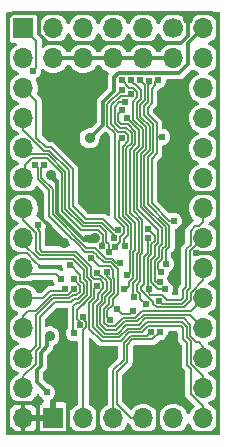
<source format=gbr>
%TF.GenerationSoftware,KiCad,Pcbnew,8.0.5*%
%TF.CreationDate,2025-07-05T10:51:27+01:00*%
%TF.ProjectId,sdrr 28 rev a,73647272-2032-4382-9072-657620612e6b,rev?*%
%TF.SameCoordinates,Original*%
%TF.FileFunction,Copper,L2,Bot*%
%TF.FilePolarity,Positive*%
%FSLAX46Y46*%
G04 Gerber Fmt 4.6, Leading zero omitted, Abs format (unit mm)*
G04 Created by KiCad (PCBNEW 8.0.5) date 2025-07-05 10:51:27*
%MOMM*%
%LPD*%
G01*
G04 APERTURE LIST*
%TA.AperFunction,ComponentPad*%
%ADD10C,1.700000*%
%TD*%
%TA.AperFunction,ComponentPad*%
%ADD11O,1.700000X1.700000*%
%TD*%
%TA.AperFunction,ComponentPad*%
%ADD12R,1.700000X1.700000*%
%TD*%
%TA.AperFunction,ViaPad*%
%ADD13C,0.914400*%
%TD*%
%TA.AperFunction,ViaPad*%
%ADD14C,0.609600*%
%TD*%
%TA.AperFunction,Conductor*%
%ADD15C,0.304800*%
%TD*%
%TA.AperFunction,Conductor*%
%ADD16C,0.152400*%
%TD*%
G04 APERTURE END LIST*
D10*
%TO.P,J2,1,Pin_1*%
%TO.N,BOOT0*%
X114300000Y-26670000D03*
D11*
%TO.P,J2,2,Pin_2*%
%TO.N,+3V3*%
X114300000Y-29210000D03*
%TO.P,J2,3,Pin_3*%
%TO.N,SEL3*%
X111760000Y-26670000D03*
%TO.P,J2,4,Pin_4*%
%TO.N,+3V3*%
X111760000Y-29210000D03*
%TO.P,J2,5,Pin_5*%
%TO.N,SEL2*%
X109220000Y-26670000D03*
%TO.P,J2,6,Pin_6*%
%TO.N,+3V3*%
X109220000Y-29210000D03*
%TO.P,J2,7,Pin_7*%
%TO.N,SEL1*%
X106680000Y-26670000D03*
%TO.P,J2,8,Pin_8*%
%TO.N,+3V3*%
X106680000Y-29210000D03*
%TO.P,J2,9,Pin_9*%
%TO.N,SEL0*%
X104140000Y-26670000D03*
%TO.P,J2,10,Pin_10*%
%TO.N,+3V3*%
X104140000Y-29210000D03*
%TD*%
D12*
%TO.P,J1,1,Pin_1*%
%TO.N,GND*%
X104140000Y-59690000D03*
D11*
%TO.P,J1,2,Pin_2*%
%TO.N,NRST*%
X106680000Y-59690000D03*
%TO.P,J1,3,Pin_3*%
%TO.N,SWDIO*%
X109220000Y-59690000D03*
%TO.P,J1,4,Pin_4*%
%TO.N,SWCLK*%
X111760000Y-59690000D03*
%TO.P,J1,5,Pin_5*%
%TO.N,+5V*%
X114300000Y-59690000D03*
%TD*%
D12*
%TO.P,J3,1,Pin_1*%
%TO.N,A15*%
X101600000Y-26670000D03*
D11*
%TO.P,J3,2,Pin_2*%
%TO.N,A12*%
X101600000Y-29210000D03*
%TO.P,J3,3,Pin_3*%
%TO.N,A7*%
X101600000Y-31750000D03*
%TO.P,J3,4,Pin_4*%
%TO.N,A6*%
X101600000Y-34290000D03*
%TO.P,J3,5,Pin_5*%
%TO.N,A5*%
X101600000Y-36830000D03*
%TO.P,J3,6,Pin_6*%
%TO.N,A4*%
X101600000Y-39370000D03*
%TO.P,J3,7,Pin_7*%
%TO.N,A3*%
X101600000Y-41910000D03*
%TO.P,J3,8,Pin_8*%
%TO.N,A2*%
X101600000Y-44450000D03*
%TO.P,J3,9,Pin_9*%
%TO.N,A1*%
X101600000Y-46990000D03*
%TO.P,J3,10,Pin_10*%
%TO.N,A0*%
X101600000Y-49530000D03*
%TO.P,J3,11,Pin_11*%
%TO.N,D0*%
X101600000Y-52070000D03*
%TO.P,J3,12,Pin_12*%
%TO.N,D1*%
X101600000Y-54610000D03*
%TO.P,J3,13,Pin_13*%
%TO.N,D2*%
X101600000Y-57150000D03*
%TO.P,J3,14,Pin_14*%
%TO.N,GND*%
X101600000Y-59690000D03*
%TD*%
%TO.P,J4,1,Pin_1*%
%TO.N,D3*%
X116840000Y-59690000D03*
%TO.P,J4,2,Pin_2*%
%TO.N,D4*%
X116840000Y-57150000D03*
%TO.P,J4,3,Pin_3*%
%TO.N,D5*%
X116840000Y-54610000D03*
%TO.P,J4,4,Pin_4*%
%TO.N,D6*%
X116840000Y-52070000D03*
%TO.P,J4,5,Pin_5*%
%TO.N,D7*%
X116840000Y-49530000D03*
%TO.P,J4,6,Pin_6*%
%TO.N,~{CE}*%
X116840000Y-46990000D03*
%TO.P,J4,7,Pin_7*%
%TO.N,A10*%
X116840000Y-44450000D03*
%TO.P,J4,8,Pin_8*%
%TO.N,~{OE}*%
X116840000Y-41910000D03*
%TO.P,J4,9,Pin_9*%
%TO.N,A11*%
X116840000Y-39370000D03*
%TO.P,J4,10,Pin_10*%
%TO.N,A9*%
X116840000Y-36830000D03*
%TO.P,J4,11,Pin_11*%
%TO.N,A8*%
X116840000Y-34290000D03*
%TO.P,J4,12,Pin_12*%
%TO.N,A13*%
X116840000Y-31750000D03*
%TO.P,J4,13,Pin_13*%
%TO.N,A14*%
X116840000Y-29210000D03*
%TO.P,J4,14,Pin_14*%
%TO.N,+5V*%
X116840000Y-26670000D03*
%TD*%
D13*
%TO.N,GND*%
X102819200Y-58191400D03*
X114757200Y-57150000D03*
X115722400Y-40614600D03*
X112618184Y-58389184D03*
X114020600Y-52933600D03*
X115570000Y-25857200D03*
X105003600Y-44856400D03*
X104190800Y-35788600D03*
X107924600Y-58420000D03*
X107629901Y-44448829D03*
D14*
X116230400Y-45720000D03*
D13*
X110718600Y-58420000D03*
X105587800Y-58420000D03*
X103962200Y-39116000D03*
X102793800Y-40665400D03*
X114350800Y-38582600D03*
%TO.N,+5V*%
X107201000Y-35966400D03*
D14*
%TO.N,NRST*%
X110209178Y-45085000D03*
X106661554Y-51066801D03*
X109931200Y-35948600D03*
%TO.N,SWCLK*%
X113157000Y-52374800D03*
%TO.N,SWDIO*%
X112365397Y-52395997D03*
%TO.N,SEL1*%
X110674031Y-31064200D03*
X113139630Y-48139352D03*
%TO.N,A2*%
X105892600Y-52476400D03*
%TO.N,SEL0*%
X109912028Y-31064200D03*
X113592972Y-48761261D03*
%TO.N,A15*%
X102408971Y-30255229D03*
X103327203Y-38201600D03*
X109799963Y-46511637D03*
%TO.N,SEL2*%
X113258600Y-47294800D03*
X111463365Y-31064200D03*
%TO.N,BOOT0*%
X112999185Y-31064200D03*
X113334800Y-35864800D03*
X114325400Y-42951400D03*
%TO.N,A0*%
X105105954Y-48700212D03*
%TO.N,A8*%
X110134117Y-48775942D03*
X110236000Y-32918400D03*
%TO.N,D1*%
X105841799Y-47914643D03*
%TO.N,D4*%
X102801924Y-43297382D03*
%TO.N,~{CE}*%
X112190378Y-44450003D03*
%TO.N,A11*%
X111971492Y-50013234D03*
X110353825Y-34250849D03*
%TO.N,D2*%
X105579768Y-46744032D03*
%TO.N,A12*%
X108947554Y-51367878D03*
X102565200Y-38201600D03*
%TO.N,D5*%
X107848400Y-47343671D03*
%TO.N,A14*%
X109387990Y-45152950D03*
X109938175Y-31844689D03*
%TO.N,D6*%
X108677992Y-47329403D03*
%TO.N,A9*%
X110972597Y-49453800D03*
X109931200Y-33616786D03*
%TO.N,A4*%
X108258840Y-45112580D03*
%TO.N,D3*%
X107848117Y-48439265D03*
%TO.N,A3*%
X106356754Y-51765188D03*
%TO.N,A1*%
X104775000Y-47879000D03*
%TO.N,D7*%
X107323962Y-46117438D03*
%TO.N,A7*%
X109599578Y-43729719D03*
%TO.N,A5*%
X108805144Y-45643800D03*
%TO.N,A10*%
X113091232Y-49748168D03*
%TO.N,~{OE}*%
X110912716Y-50554657D03*
X109541116Y-50452812D03*
X112195720Y-48704126D03*
X112190378Y-43688000D03*
%TO.N,D0*%
X105866917Y-48740000D03*
%TO.N,A13*%
X110718015Y-32258585D03*
X110363000Y-47570371D03*
%TO.N,A6*%
X109245400Y-44404407D03*
D13*
%TO.N,Net-(RC5-Pad2)*%
X103809800Y-52737412D03*
D14*
X103606600Y-57480200D03*
%TO.N,SEL3*%
X113661278Y-46610055D03*
X112237438Y-31083931D03*
%TD*%
D15*
%TO.N,GND*%
X102895400Y-26390600D02*
X102895400Y-25654000D01*
X107950000Y-60966600D02*
X107950000Y-59080400D01*
D16*
X100333400Y-45720000D02*
X101904800Y-45720000D01*
D15*
X105384600Y-60966600D02*
X105410000Y-60941200D01*
X107950000Y-59080400D02*
X107924600Y-59055000D01*
X105384600Y-60966600D02*
X103403400Y-60966600D01*
X100333400Y-48234600D02*
X100333400Y-45720000D01*
X100333400Y-48234600D02*
X102946200Y-48234600D01*
X107950000Y-60966600D02*
X105384600Y-60966600D01*
X102819200Y-58470800D02*
X102819200Y-59740800D01*
X113030000Y-60966600D02*
X113030000Y-58496200D01*
X102819200Y-60934600D02*
X102844600Y-60960000D01*
X118081200Y-45720000D02*
X118106600Y-45745400D01*
X100409600Y-58420000D02*
X101523800Y-58420000D01*
X100333400Y-58343800D02*
X100333400Y-50774600D01*
X101600000Y-58496200D02*
X101523800Y-58420000D01*
X100914200Y-60960000D02*
X101600000Y-60960000D01*
X100333400Y-30629000D02*
X100333400Y-30784800D01*
X117544600Y-60966600D02*
X113030000Y-60966600D01*
X103396800Y-60960000D02*
X103403400Y-60966600D01*
X104478324Y-39632124D02*
X104478324Y-42265537D01*
X102768400Y-59690000D02*
X102819200Y-59740800D01*
X115722400Y-40614600D02*
X118081200Y-40614600D01*
X118106600Y-60404600D02*
X117544600Y-60966600D01*
X101600000Y-59690000D02*
X101600000Y-58496200D01*
X101600000Y-60960000D02*
X102844600Y-60960000D01*
X118081200Y-40614600D02*
X118106600Y-40640000D01*
X102793800Y-40665400D02*
X103022400Y-40894000D01*
X114909600Y-27940000D02*
X103682800Y-27940000D01*
X100304600Y-30756000D02*
X100304600Y-25781000D01*
X115570000Y-27279600D02*
X114909600Y-27940000D01*
X100333400Y-30784800D02*
X100304600Y-30756000D01*
X101600000Y-60960000D02*
X101600000Y-59690000D01*
X100333400Y-45720000D02*
X100333400Y-40640000D01*
X103022400Y-40894000D02*
X103022400Y-42655753D01*
X103420677Y-43044877D02*
X103809800Y-43434000D01*
X101523800Y-58420000D02*
X102768400Y-58420000D01*
X102641400Y-25400000D02*
X103352600Y-25400000D01*
X100333400Y-58343800D02*
X100409600Y-58420000D01*
X100333400Y-60379200D02*
X100914200Y-60960000D01*
X102844600Y-60960000D02*
X103396800Y-60960000D01*
X102819200Y-59740800D02*
X102819200Y-60934600D01*
X103962200Y-39116000D02*
X104478324Y-39632124D01*
X100333400Y-58343800D02*
X100333400Y-60379200D01*
X102895400Y-27152600D02*
X102895400Y-26390600D01*
X109194600Y-60966600D02*
X107950000Y-60966600D01*
X100333400Y-40640000D02*
X102489000Y-40640000D01*
X103352600Y-25400000D02*
X117551200Y-25400000D01*
X118106600Y-40640000D02*
X118106600Y-43180000D01*
X117551200Y-25400000D02*
X118106600Y-25955400D01*
D16*
X102616000Y-46431200D02*
X102997000Y-46812200D01*
D15*
X107527130Y-44551600D02*
X107629901Y-44448829D01*
X103022400Y-42655753D02*
X103411524Y-43044877D01*
X100333400Y-30784800D02*
X100333400Y-40640000D01*
X101600000Y-59690000D02*
X102768400Y-59690000D01*
X102895400Y-26390600D02*
X102895400Y-25857200D01*
D16*
X101904800Y-45720000D02*
X102616000Y-46431200D01*
D15*
X100304600Y-25781000D02*
X100685600Y-25400000D01*
X103411524Y-43044877D02*
X103420677Y-43044877D01*
X116230400Y-45720000D02*
X118081200Y-45720000D01*
X118106600Y-48209200D02*
X118106600Y-60404600D01*
X118106600Y-25955400D02*
X118106600Y-40640000D01*
X102946200Y-48234600D02*
X102997000Y-48285400D01*
X118106600Y-48209200D02*
X118055800Y-48260000D01*
X103682800Y-27940000D02*
X102895400Y-27152600D01*
X105410000Y-58013600D02*
X105384600Y-57988200D01*
X100333400Y-50774600D02*
X100333400Y-48234600D01*
X102768400Y-58420000D02*
X102819200Y-58470800D01*
X100685600Y-25400000D02*
X102641400Y-25400000D01*
X102895400Y-25654000D02*
X102641400Y-25400000D01*
X104478324Y-42265537D02*
X106764387Y-44551600D01*
X115570000Y-25857200D02*
X115570000Y-27279600D01*
X118106600Y-43180000D02*
X118106600Y-45745400D01*
X105410000Y-60941200D02*
X105410000Y-58013600D01*
X113030000Y-58496200D02*
X113055400Y-58470800D01*
X118106600Y-45745400D02*
X118106600Y-48209200D01*
X102895400Y-25857200D02*
X103352600Y-25400000D01*
X113030000Y-60966600D02*
X109194600Y-60966600D01*
X106764387Y-44551600D02*
X107527130Y-44551600D01*
%TO.N,+5V*%
X107213400Y-35966400D02*
X108331000Y-34848800D01*
X115570000Y-29692600D02*
X115570000Y-27940000D01*
X108331000Y-34848800D02*
X108331000Y-32913048D01*
X109302428Y-30811695D02*
X109659523Y-30454600D01*
X115570000Y-27940000D02*
X116840000Y-26670000D01*
X109302428Y-31941620D02*
X109302428Y-30811695D01*
X108331000Y-32913048D02*
X109302428Y-31941620D01*
X114808000Y-30454600D02*
X115570000Y-29692600D01*
X107201000Y-35966400D02*
X107213400Y-35966400D01*
X109659523Y-30454600D02*
X114808000Y-30454600D01*
%TO.N,+3V3*%
X109220000Y-29210000D02*
X106680000Y-29210000D01*
X111760000Y-29210000D02*
X109220000Y-29210000D01*
X106680000Y-29210000D02*
X104140000Y-29210000D01*
X114300000Y-29210000D02*
X111760000Y-29210000D01*
D16*
%TO.N,NRST*%
X106661554Y-51066801D02*
X106552308Y-51176047D01*
X106552308Y-51206400D02*
X106890154Y-51544246D01*
X106680000Y-52196284D02*
X106680000Y-59690000D01*
X109702600Y-36177200D02*
X109931200Y-35948600D01*
X110209178Y-45085000D02*
X110083600Y-44959422D01*
X106890154Y-51986130D02*
X106680000Y-52196284D01*
X109702600Y-42647347D02*
X109702600Y-36177200D01*
X106552308Y-51176047D02*
X106552308Y-51206400D01*
X110437778Y-44120474D02*
X110437778Y-43382525D01*
X110083600Y-44959422D02*
X110083600Y-44474652D01*
X106890154Y-51544246D02*
X106890154Y-51986130D01*
X110437778Y-43382525D02*
X109702600Y-42647347D01*
X110083600Y-44474652D02*
X110437778Y-44120474D01*
%TO.N,SWCLK*%
X112522000Y-53009800D02*
X110827718Y-53009800D01*
X109524800Y-55753000D02*
X109524800Y-58469429D01*
X110827718Y-53009800D02*
X110388400Y-53449118D01*
X109524800Y-58469429D02*
X110745371Y-59690000D01*
X110388400Y-54889400D02*
X109524800Y-55753000D01*
X113157000Y-52374800D02*
X112522000Y-53009800D01*
X110388400Y-53449118D02*
X110388400Y-54889400D01*
X110745371Y-59690000D02*
X111760000Y-59690000D01*
%TO.N,SWDIO*%
X112056394Y-52705000D02*
X110701466Y-52705000D01*
X110083600Y-53322866D02*
X110083600Y-54763148D01*
X110701466Y-52705000D02*
X110083600Y-53322866D01*
X112365397Y-52395997D02*
X112056394Y-52705000D01*
X109220000Y-55626748D02*
X109220000Y-59690000D01*
X110083600Y-54763148D02*
X109220000Y-55626748D01*
%TO.N,SEL1*%
X111531400Y-37337252D02*
X111531400Y-41808400D01*
X111531400Y-41808400D02*
X113333378Y-43610378D01*
X113333378Y-43610378D02*
X113333378Y-44932526D01*
X112725200Y-48048212D02*
X112816340Y-48139352D01*
X113051678Y-46034261D02*
X112870013Y-46215926D01*
X111201200Y-32993267D02*
X111201200Y-34266844D01*
X112816340Y-48139352D02*
X113139630Y-48139352D01*
X111556215Y-32638252D02*
X111201200Y-32993267D01*
X113051678Y-45214226D02*
X113051678Y-46034261D01*
X110674031Y-31064200D02*
X111004231Y-31394400D01*
X111988600Y-35054244D02*
X111988600Y-36880052D01*
X112870013Y-46215926D02*
X112870013Y-46231099D01*
X113333378Y-44932526D02*
X113051678Y-45214226D01*
X111004231Y-31394400D02*
X111039224Y-31394400D01*
X111988600Y-36880052D02*
X111531400Y-37337252D01*
X111556215Y-31911391D02*
X111556215Y-32638252D01*
X111039224Y-31394400D02*
X111556215Y-31911391D01*
X111201200Y-34266844D02*
X111988600Y-35054244D01*
X112870013Y-46231099D02*
X112725200Y-46375912D01*
X112725200Y-46375912D02*
X112725200Y-48048212D01*
%TO.N,A2*%
X107009917Y-49213446D02*
X106340363Y-49883000D01*
X101600000Y-44450000D02*
X101600000Y-44906452D01*
X106340363Y-49883000D02*
X106135812Y-49883000D01*
X105792678Y-46202600D02*
X106705400Y-47115322D01*
X101600000Y-44906452D02*
X102896148Y-46202600D01*
X107009917Y-48183517D02*
X107009917Y-49213446D01*
X105823354Y-50195458D02*
X105823354Y-52407154D01*
X105823354Y-52407154D02*
X105892600Y-52476400D01*
X106135812Y-49883000D02*
X105823354Y-50195458D01*
X102896148Y-46202600D02*
X105792678Y-46202600D01*
X106705400Y-47115322D02*
X106705400Y-47879000D01*
X106705400Y-47879000D02*
X107009917Y-48183517D01*
%TO.N,SEL0*%
X110896400Y-32867015D02*
X111251415Y-32512000D01*
X112746878Y-45908009D02*
X112746878Y-45087974D01*
X112420400Y-48174464D02*
X112420400Y-46249660D01*
X110896400Y-34393096D02*
X110896400Y-32867015D01*
X110547028Y-31699200D02*
X109912028Y-31064200D01*
X111226600Y-41935400D02*
X111226600Y-37211000D01*
X112746878Y-45087974D02*
X113028578Y-44806274D01*
X112565213Y-46089674D02*
X112746878Y-45908009D01*
X113028578Y-44806274D02*
X113028578Y-43737378D01*
X113028578Y-43737378D02*
X111226600Y-41935400D01*
X113007197Y-48761261D02*
X112420400Y-48174464D01*
X111251415Y-32037643D02*
X110912972Y-31699200D01*
X112565213Y-46104847D02*
X112565213Y-46089674D01*
X110912972Y-31699200D02*
X110547028Y-31699200D01*
X111683800Y-36753800D02*
X111683800Y-35180496D01*
X111683800Y-35180496D02*
X110896400Y-34393096D01*
X111251415Y-32512000D02*
X111251415Y-32037643D01*
X112420400Y-46249660D02*
X112565213Y-46104847D01*
X113592972Y-48761261D02*
X113007197Y-48761261D01*
X111226600Y-37211000D02*
X111683800Y-36753800D01*
%TO.N,A15*%
X102408971Y-30255229D02*
X102678600Y-29985600D01*
X107654718Y-45262800D02*
X108162162Y-45770244D01*
X109142235Y-46177200D02*
X109308118Y-46343082D01*
X102678600Y-27748600D02*
X101600000Y-26670000D01*
X109308118Y-46343082D02*
X109476673Y-46511637D01*
X108162162Y-45770244D02*
X108162162Y-45780510D01*
X109476673Y-46511637D02*
X109799963Y-46511637D01*
X104097324Y-40267872D02*
X104097324Y-42423353D01*
X103124000Y-38404803D02*
X103124000Y-39294548D01*
X108558852Y-46177200D02*
X109142235Y-46177200D01*
X103124000Y-39294548D02*
X104097324Y-40267872D01*
X102678600Y-29985600D02*
X102678600Y-27748600D01*
X104097324Y-42423353D02*
X106936771Y-45262800D01*
X106936771Y-45262800D02*
X107654718Y-45262800D01*
X103327203Y-38201600D02*
X103124000Y-38404803D01*
X108162162Y-45780510D02*
X108558852Y-46177200D01*
%TO.N,SEL2*%
X113174813Y-46342178D02*
X113356478Y-46160513D01*
X113356478Y-46160513D02*
X113356478Y-45340478D01*
X113639600Y-43485548D02*
X111836200Y-41682148D01*
X111836200Y-41682148D02*
X111836200Y-37463504D01*
X113030000Y-47066200D02*
X113258600Y-47294800D01*
X111506000Y-33119519D02*
X111861015Y-32764504D01*
X113639600Y-45057356D02*
X113639600Y-43485548D01*
X111861015Y-32764504D02*
X111861015Y-31461850D01*
X111836200Y-37463504D02*
X112293400Y-37006304D01*
X113356478Y-45340478D02*
X113639600Y-45057356D01*
X112293400Y-37006304D02*
X112293400Y-34927992D01*
X113182400Y-46349764D02*
X113030000Y-46502164D01*
X113030000Y-46502164D02*
X113030000Y-47066200D01*
X111506000Y-34140592D02*
X111506000Y-33119519D01*
X112293400Y-34927992D02*
X111506000Y-34140592D01*
X111861015Y-31461850D02*
X111463365Y-31064200D01*
%TO.N,BOOT0*%
X113967556Y-42951400D02*
X112445800Y-41429644D01*
X113334800Y-35864800D02*
X112903000Y-35864800D01*
X112445800Y-37716008D02*
X112903000Y-37258808D01*
X112115600Y-33888088D02*
X112903000Y-34675488D01*
X114325400Y-42951400D02*
X113967556Y-42951400D01*
X112928400Y-31064200D02*
X112750307Y-31242293D01*
X112470615Y-33017008D02*
X112115600Y-33372023D01*
X112750307Y-31495708D02*
X112470615Y-31775400D01*
X112903000Y-37258808D02*
X112903000Y-35864800D01*
X112999185Y-31064200D02*
X112928400Y-31064200D01*
X112115600Y-33372023D02*
X112115600Y-33888088D01*
X112445800Y-41429644D02*
X112445800Y-37716008D01*
X112999185Y-31064200D02*
X112999185Y-31246830D01*
X112750307Y-31242293D02*
X112750307Y-31495708D01*
X112903000Y-34675488D02*
X112903000Y-35864800D01*
X112470615Y-31775400D02*
X112470615Y-33017008D01*
%TO.N,A0*%
X103854432Y-48928812D02*
X103253244Y-49530000D01*
X105105954Y-48700212D02*
X104877354Y-48928812D01*
X103253244Y-49530000D02*
X101600000Y-49530000D01*
X104877354Y-48928812D02*
X103854432Y-48928812D01*
%TO.N,A8*%
X110769400Y-36372052D02*
X110312200Y-36829252D01*
X110566200Y-48121512D02*
X110566200Y-48514000D01*
X110896400Y-45617652D02*
X110896400Y-47791313D01*
X111047378Y-43130021D02*
X111047378Y-45466674D01*
X110566200Y-48514000D02*
X110304258Y-48775942D01*
X109726568Y-32918400D02*
X109321600Y-33323368D01*
X110896400Y-47791313D02*
X110750956Y-47936756D01*
X110693200Y-35483800D02*
X110769400Y-35560000D01*
X109321600Y-33323368D02*
X109321600Y-34647096D01*
X110236000Y-32918400D02*
X109726568Y-32918400D01*
X110769400Y-35560000D02*
X110769400Y-36372052D01*
X110692452Y-35483800D02*
X110693200Y-35483800D01*
X110750956Y-47936756D02*
X110566200Y-48121512D01*
X109321600Y-34647096D02*
X109777304Y-35102800D01*
X110311452Y-35102800D02*
X110692452Y-35483800D01*
X109777304Y-35102800D02*
X110311452Y-35102800D01*
X110304258Y-48775942D02*
X110134117Y-48775942D01*
X111047378Y-45466674D02*
X110896400Y-45617652D01*
X110312200Y-36829252D02*
X110312200Y-42394843D01*
X110312200Y-42394843D02*
X111047378Y-43130021D01*
%TO.N,D1*%
X105841799Y-47914643D02*
X106400317Y-48473161D01*
X104106936Y-49538412D02*
X102678600Y-50966748D01*
X105764569Y-49273400D02*
X105499557Y-49538412D01*
X106400317Y-48960942D02*
X106087859Y-49273400D01*
X106087859Y-49273400D02*
X105764569Y-49273400D01*
X106400317Y-48473161D02*
X106400317Y-48960942D01*
X105499557Y-49538412D02*
X104106936Y-49538412D01*
X102678600Y-53531400D02*
X101600000Y-54610000D01*
X102678600Y-50966748D02*
X102678600Y-53531400D01*
%TO.N,D4*%
X107315000Y-46862818D02*
X107315000Y-47626496D01*
X103200200Y-45593000D02*
X106045182Y-45593000D01*
X107592904Y-47904400D02*
X108067594Y-47904400D01*
X115417600Y-52832748D02*
X115761400Y-53176548D01*
X116394600Y-55688600D02*
X116840000Y-56134000D01*
X102983400Y-43876977D02*
X102983400Y-45376200D01*
X108381517Y-48660207D02*
X107924317Y-49117407D01*
X115761400Y-55056771D02*
X116393229Y-55688600D01*
X102801924Y-43297382D02*
X102801924Y-43695501D01*
X111480600Y-52095400D02*
X112039400Y-51536600D01*
X106045182Y-45593000D02*
X107315000Y-46862818D01*
X107924317Y-49592201D02*
X107599588Y-49916933D01*
X108381517Y-48218323D02*
X108381517Y-48660207D01*
X107924317Y-49117407D02*
X107924317Y-49592201D01*
X107499754Y-51967576D02*
X108347856Y-52815678D01*
X102983400Y-45376200D02*
X103200200Y-45593000D01*
X102801924Y-43695501D02*
X102983400Y-43876977D01*
X115037348Y-51536600D02*
X115417600Y-51916852D01*
X110448962Y-52095400D02*
X111480600Y-52095400D01*
X115417600Y-51916852D02*
X115417600Y-52832748D01*
X108067594Y-47904400D02*
X108381517Y-48218323D01*
X116393229Y-55688600D02*
X116394600Y-55688600D01*
X107599588Y-49916933D02*
X107499754Y-50016767D01*
X112039400Y-51536600D02*
X115037348Y-51536600D01*
X109728684Y-52815678D02*
X110448962Y-52095400D01*
X116840000Y-56134000D02*
X116840000Y-57150000D01*
X107315000Y-47626496D02*
X107592904Y-47904400D01*
X107499754Y-50016767D02*
X107499754Y-51967576D01*
X108347856Y-52815678D02*
X109728684Y-52815678D01*
X115761400Y-53176548D02*
X115761400Y-55056771D01*
%TO.N,~{CE}*%
X111810800Y-45997156D02*
X111955613Y-45852343D01*
X111556800Y-48588704D02*
X111810800Y-48334704D01*
X111955613Y-45837170D02*
X112137278Y-45655505D01*
X116840000Y-46990000D02*
X116840000Y-47967215D01*
X112137278Y-45655505D02*
X112137278Y-44503103D01*
X112880722Y-50292000D02*
X112557832Y-49969110D01*
X112137278Y-44503103D02*
X112190378Y-44450003D01*
X111810800Y-49098200D02*
X111810800Y-49073548D01*
X111810800Y-48334704D02*
X111810800Y-45997156D01*
X111810800Y-49073548D02*
X111556800Y-48819548D01*
X111556800Y-48819548D02*
X111556800Y-48588704D01*
X112557832Y-49969110D02*
X112557832Y-49845232D01*
X115163600Y-50292000D02*
X112880722Y-50292000D01*
X115747800Y-49059415D02*
X115747800Y-49707800D01*
X116840000Y-47967215D02*
X115747800Y-49059415D01*
X111955613Y-45852343D02*
X111955613Y-45837170D01*
X112557832Y-49845232D02*
X111810800Y-49098200D01*
X115747800Y-49707800D02*
X115163600Y-50292000D01*
%TO.N,A11*%
X111379000Y-36624556D02*
X110921800Y-37081756D01*
X110921800Y-42142339D02*
X111656978Y-42877517D01*
X111379000Y-35306748D02*
X111379000Y-36624556D01*
X111506000Y-49199800D02*
X111506000Y-49547742D01*
X111506000Y-48056052D02*
X111175800Y-48386252D01*
X110921800Y-37081756D02*
X110921800Y-42142339D01*
X111506000Y-45870904D02*
X111506000Y-48056052D01*
X111656978Y-42877517D02*
X111656978Y-45719926D01*
X110353825Y-34250849D02*
X110353825Y-34281573D01*
X111656978Y-45719926D02*
X111506000Y-45870904D01*
X110353825Y-34281573D02*
X111379000Y-35306748D01*
X111175800Y-48386252D02*
X111175800Y-48869600D01*
X111175800Y-48869600D02*
X111506000Y-49199800D01*
X111506000Y-49547742D02*
X111971492Y-50013234D01*
%TO.N,D2*%
X102678600Y-53962451D02*
X102678600Y-55056771D01*
X105890821Y-49578200D02*
X105625809Y-49843212D01*
X105579768Y-46744032D02*
X105595832Y-46744032D01*
X102983400Y-51093000D02*
X102983400Y-53657652D01*
X106375200Y-47523400D02*
X106375200Y-48016992D01*
X106705117Y-49087194D02*
X106214111Y-49578200D01*
X105625809Y-49843212D02*
X104233188Y-49843212D01*
X106214111Y-49578200D02*
X105890821Y-49578200D01*
X102678600Y-55056771D02*
X101600000Y-56135371D01*
X105595832Y-46744032D02*
X106375200Y-47523400D01*
X101600000Y-56135371D02*
X101600000Y-57150000D01*
X106375200Y-48016992D02*
X106705117Y-48346909D01*
X102983399Y-53657652D02*
X102678600Y-53962451D01*
X102983400Y-53657652D02*
X102983399Y-53657652D01*
X104233188Y-49843212D02*
X102983400Y-51093000D01*
X106705117Y-48346909D02*
X106705117Y-49087194D01*
%TO.N,A12*%
X106810518Y-45567600D02*
X106110259Y-44867341D01*
X109143800Y-50096926D02*
X109143800Y-49622132D01*
X108947554Y-51367878D02*
X108718954Y-51139278D01*
X109143800Y-49622132D02*
X109600717Y-49165215D01*
X109600717Y-49165215D02*
X109600717Y-47066734D01*
X106110259Y-44867341D02*
X105464319Y-44221400D01*
X103792524Y-42549605D02*
X103792524Y-40394124D01*
X109015983Y-46482000D02*
X108432600Y-46482000D01*
X108432600Y-46482000D02*
X107857362Y-45906762D01*
X109600717Y-47066734D02*
X109015983Y-46482000D01*
X102819200Y-38455600D02*
X102565200Y-38201600D01*
X105464319Y-44221400D02*
X103792524Y-42549605D01*
X103792524Y-40394124D02*
X102819200Y-39420800D01*
X108718954Y-51139278D02*
X108718954Y-50521772D01*
X107857362Y-45896496D02*
X107528466Y-45567600D01*
X108718954Y-50521772D02*
X109143800Y-50096926D01*
X107857362Y-45906762D02*
X107857362Y-45896496D01*
X107528466Y-45567600D02*
X106810518Y-45567600D01*
X102819200Y-39420800D02*
X102819200Y-38455600D01*
%TO.N,D5*%
X108686317Y-48092071D02*
X108686317Y-48786459D01*
X110322710Y-51790600D02*
X111353600Y-51790600D01*
X107848400Y-47343671D02*
X108104329Y-47599600D01*
X108193846Y-47599600D02*
X108686317Y-48092071D01*
X116459000Y-53238400D02*
X116840000Y-53619400D01*
X115722400Y-51790600D02*
X115722400Y-52706496D01*
X108104329Y-47599600D02*
X108193846Y-47599600D01*
X107804554Y-50143016D02*
X107804554Y-51841324D01*
X108474108Y-52510878D02*
X109602432Y-52510878D01*
X115163600Y-51231800D02*
X115722400Y-51790600D01*
X116254304Y-53238400D02*
X116459000Y-53238400D01*
X115722400Y-52706496D02*
X116254304Y-53238400D01*
X109602432Y-52510878D02*
X110322710Y-51790600D01*
X108229117Y-49243659D02*
X108229117Y-49718453D01*
X116840000Y-53619400D02*
X116840000Y-54610000D01*
X107804554Y-51841324D02*
X108474108Y-52510878D01*
X111353600Y-51790600D02*
X111912400Y-51231800D01*
X108686317Y-48786459D02*
X108229117Y-49243659D01*
X108229117Y-49718453D02*
X107804554Y-50143016D01*
X111912400Y-51231800D02*
X115163600Y-51231800D01*
%TO.N,A14*%
X109372400Y-42748199D02*
X110132978Y-43508777D01*
X109372400Y-35560000D02*
X109372400Y-42748199D01*
X109938175Y-31844689D02*
X108712000Y-33070864D01*
X110132978Y-43994222D02*
X109778800Y-44348400D01*
X108712000Y-34899600D02*
X109372400Y-35560000D01*
X108712000Y-33070864D02*
X108712000Y-34899600D01*
X110132978Y-43508777D02*
X110132978Y-43994222D01*
X109778800Y-44348400D02*
X109778800Y-44762140D01*
X109778800Y-44762140D02*
X109387990Y-45152950D01*
%TO.N,D6*%
X108991117Y-47965819D02*
X108991117Y-48912711D01*
X108109354Y-51715072D02*
X108600360Y-52206078D01*
X108677992Y-47329403D02*
X108661200Y-47346195D01*
X111785400Y-50927000D02*
X115697000Y-50927000D01*
X108600360Y-52206078D02*
X109476180Y-52206078D01*
X110196458Y-51485800D02*
X111226600Y-51485800D01*
X109476180Y-52206078D02*
X110196458Y-51485800D01*
X108533917Y-49369911D02*
X108533917Y-49844705D01*
X108991117Y-48912711D02*
X108533917Y-49369911D01*
X111226600Y-51485800D02*
X111785400Y-50927000D01*
X108533917Y-49844705D02*
X108109354Y-50269268D01*
X108661200Y-47635902D02*
X108991117Y-47965819D01*
X115697000Y-50927000D02*
X116840000Y-52070000D01*
X108109354Y-50269268D02*
X108109354Y-51715072D01*
X108661200Y-47346195D02*
X108661200Y-47635902D01*
%TO.N,A9*%
X110972597Y-49453800D02*
X110871000Y-49352203D01*
X110617000Y-42268591D02*
X110617000Y-36955504D01*
X109903556Y-34798000D02*
X109626400Y-34520844D01*
X110439200Y-34798000D02*
X109903556Y-34798000D01*
X111352178Y-45593674D02*
X111352178Y-43003769D01*
X111201200Y-47929800D02*
X111201200Y-45744652D01*
X110871000Y-48260000D02*
X111201200Y-47929800D01*
X109626400Y-34520844D02*
X109626400Y-33921586D01*
X111201200Y-45744652D02*
X111352178Y-45593674D01*
X110617000Y-36955504D02*
X111074200Y-36498304D01*
X111352178Y-43003769D02*
X110617000Y-42268591D01*
X111074200Y-35433000D02*
X110439200Y-34798000D01*
X110871000Y-49352203D02*
X110871000Y-48260000D01*
X109626400Y-33921586D02*
X109931200Y-33616786D01*
X111074200Y-36498304D02*
X111074200Y-35433000D01*
%TO.N,A4*%
X103378000Y-37642800D02*
X103022400Y-37642800D01*
X108258840Y-45112580D02*
X108258840Y-44789758D01*
X104859324Y-38946324D02*
X103555800Y-37642800D01*
X108258840Y-44789758D02*
X108315701Y-44732897D01*
X101727000Y-39243000D02*
X101600000Y-39370000D01*
X101727000Y-38227000D02*
X101727000Y-39243000D01*
X103022400Y-37642800D02*
X102311200Y-37642800D01*
X103022400Y-37642800D02*
X103555800Y-37642800D01*
X103378000Y-37642800D02*
X103555800Y-37642800D01*
X106490403Y-43738800D02*
X104859324Y-42107721D01*
X107889740Y-43738800D02*
X106490403Y-43738800D01*
X102311200Y-37642800D02*
X101727000Y-38227000D01*
X108315701Y-44732897D02*
X108315701Y-44164761D01*
X104859324Y-42107721D02*
X104859324Y-38946324D01*
X108315701Y-44164761D02*
X107889740Y-43738800D01*
%TO.N,D3*%
X111606852Y-52400200D02*
X112165652Y-51841400D01*
X116394600Y-58228600D02*
X116840000Y-58674000D01*
X108221604Y-53120478D02*
X109854936Y-53120478D01*
X116393229Y-58228600D02*
X116394600Y-58228600D01*
X116840000Y-58674000D02*
X116840000Y-59690000D01*
X107194954Y-52093828D02*
X108221604Y-53120478D01*
X114911096Y-51841400D02*
X115112800Y-52043104D01*
X109854936Y-53120478D02*
X110575214Y-52400200D01*
X110575214Y-52400200D02*
X111606852Y-52400200D01*
X115747800Y-57583171D02*
X116393229Y-58228600D01*
X107848117Y-48439265D02*
X107619517Y-48667865D01*
X107473334Y-49612134D02*
X107194954Y-49890514D01*
X115456600Y-53302800D02*
X115456600Y-55183023D01*
X107619517Y-48667865D02*
X107619517Y-49465950D01*
X115456600Y-55183023D02*
X115747800Y-55474223D01*
X112165652Y-51841400D02*
X114911096Y-51841400D01*
X115112800Y-52043104D02*
X115112800Y-52959000D01*
X107194954Y-49890514D02*
X107194954Y-52093828D01*
X115747800Y-55474223D02*
X115747800Y-57583171D01*
X115112800Y-52959000D02*
X115456600Y-53302800D01*
X107619517Y-49465950D02*
X107473334Y-49612134D01*
%TO.N,A3*%
X106356754Y-51518154D02*
X106356754Y-51765188D01*
X107314717Y-49339698D02*
X107314717Y-48057265D01*
X107010200Y-46989070D02*
X105918930Y-45897800D01*
X106128154Y-51289554D02*
X106356754Y-51518154D01*
X105918930Y-45897800D02*
X103022400Y-45897800D01*
X106470407Y-50184007D02*
X106128154Y-50526260D01*
X106470407Y-50184007D02*
X107314717Y-49339698D01*
X106775207Y-49879207D02*
X106201602Y-50452812D01*
X107010200Y-47752748D02*
X107010200Y-46989070D01*
X102678600Y-45554000D02*
X102678600Y-44003229D01*
X106128154Y-50526260D02*
X106128154Y-51289554D01*
X107314717Y-48057265D02*
X107010200Y-47752748D01*
X101600000Y-42924629D02*
X101600000Y-41910000D01*
X103022400Y-45897800D02*
X102678600Y-45554000D01*
X102678600Y-44003229D02*
X101600000Y-42924629D01*
X106356754Y-50297661D02*
X106470407Y-50184007D01*
%TO.N,A1*%
X101600000Y-46990000D02*
X102082600Y-47472600D01*
X104368600Y-47472600D02*
X104775000Y-47879000D01*
X102082600Y-47472600D02*
X104368600Y-47472600D01*
%TO.N,D7*%
X109220000Y-47763650D02*
X109295917Y-47839567D01*
X109295917Y-49038963D02*
X108838717Y-49496163D01*
X108414154Y-51588820D02*
X108726612Y-51901278D01*
X108414154Y-50395520D02*
X108414154Y-51588820D01*
X110070206Y-51181000D02*
X111074200Y-51181000D01*
X107323962Y-46117438D02*
X107993324Y-46786800D01*
X108838717Y-49970957D02*
X108414154Y-50395520D01*
X107993324Y-46786800D02*
X108889731Y-46786800D01*
X108889731Y-46786800D02*
X109220000Y-47117069D01*
X111074200Y-51181000D02*
X111633000Y-50622200D01*
X111633000Y-50622200D02*
X115747800Y-50622200D01*
X108726612Y-51901278D02*
X109349928Y-51901278D01*
X115747800Y-50622200D02*
X116840000Y-49530000D01*
X109220000Y-47117069D02*
X109220000Y-47763650D01*
X108838717Y-49496163D02*
X108838717Y-49970957D01*
X109349928Y-51901278D02*
X110070206Y-51181000D01*
X109295917Y-47839567D02*
X109295917Y-49038963D01*
%TO.N,A7*%
X103504252Y-36728400D02*
X102692200Y-35916348D01*
X105773724Y-41728965D02*
X105773724Y-38567568D01*
X105773724Y-38567568D02*
X103934556Y-36728400D01*
X109276288Y-43729719D02*
X108370969Y-42824400D01*
X102692200Y-35916348D02*
X102692200Y-32842200D01*
X106869159Y-42824400D02*
X105773724Y-41728965D01*
X109599578Y-43729719D02*
X109276288Y-43729719D01*
X108370969Y-42824400D02*
X106869159Y-42824400D01*
X103934556Y-36728400D02*
X103504252Y-36728400D01*
X102692200Y-32842200D02*
X101600000Y-31750000D01*
%TO.N,A5*%
X105164124Y-41981469D02*
X106616655Y-43434000D01*
X108620501Y-44719899D02*
X108805144Y-44904542D01*
X108529533Y-43845067D02*
X108620501Y-43936035D01*
X103682052Y-37338000D02*
X105164124Y-38820072D01*
X108620501Y-43936035D02*
X108620501Y-44719899D01*
X108805144Y-44904542D02*
X108805144Y-45643800D01*
X101600000Y-36830000D02*
X102108000Y-37338000D01*
X105164124Y-38820072D02*
X105164124Y-41981469D01*
X102108000Y-37338000D02*
X103682052Y-37338000D01*
X106616655Y-43434000D02*
X108118465Y-43434000D01*
X108118465Y-43434000D02*
X108529533Y-43845067D01*
%TO.N,A10*%
X113091232Y-49748168D02*
X113091232Y-49769032D01*
X116746058Y-44450000D02*
X116840000Y-44450000D01*
X115443000Y-49581548D02*
X115443000Y-48933163D01*
X113091232Y-49769032D02*
X113309400Y-49987200D01*
X115697000Y-48679163D02*
X115697000Y-45499058D01*
X113309400Y-49987200D02*
X115037348Y-49987200D01*
X115037348Y-49987200D02*
X115443000Y-49581548D01*
X115443000Y-48933163D02*
X115697000Y-48679163D01*
X115697000Y-45499058D02*
X116746058Y-44450000D01*
%TO.N,~{OE}*%
X113312174Y-49214768D02*
X113779806Y-49682400D01*
X115392200Y-45372806D02*
X115747800Y-45017206D01*
X109964504Y-50876200D02*
X109541116Y-50452812D01*
X116154200Y-43434000D02*
X116433600Y-43434000D01*
X116840000Y-43027600D02*
X116840000Y-41910000D01*
X110591173Y-50876200D02*
X110912716Y-50554657D01*
X112195720Y-49051320D02*
X112359168Y-49214768D01*
X115392200Y-48552911D02*
X115392200Y-45372806D01*
X112195720Y-48704126D02*
X112195720Y-49051320D01*
X112723778Y-44680022D02*
X112723778Y-44221400D01*
X110109000Y-50876200D02*
X110591173Y-50876200D01*
X115138200Y-49455296D02*
X115138200Y-48806911D01*
X109541116Y-50452812D02*
X109541116Y-50460716D01*
X112442078Y-44961722D02*
X112723778Y-44680022D01*
X112359168Y-49214768D02*
X113312174Y-49214768D01*
X112260413Y-45978595D02*
X112260413Y-45963422D01*
X116433600Y-43434000D02*
X116840000Y-43027600D01*
X110109000Y-50876200D02*
X109964504Y-50876200D01*
X112260413Y-45963422D02*
X112442078Y-45781757D01*
X112442078Y-45781757D02*
X112442078Y-44961722D01*
X115747800Y-45017206D02*
X115747800Y-43840400D01*
X112723778Y-44221400D02*
X112190378Y-43688000D01*
X115747800Y-43840400D02*
X116154200Y-43434000D01*
X115138200Y-48806911D02*
X115392200Y-48552911D01*
X113779806Y-49682400D02*
X114911096Y-49682400D01*
X114911096Y-49682400D02*
X115138200Y-49455296D01*
X112115600Y-46123408D02*
X112260413Y-45978595D01*
X112115600Y-48624006D02*
X112115600Y-46123408D01*
X112195720Y-48704126D02*
X112115600Y-48624006D01*
%TO.N,D0*%
X101600000Y-51003200D02*
X101600000Y-52070000D01*
X103980684Y-49233612D02*
X102629448Y-50584848D01*
X105866917Y-48740000D02*
X105373305Y-49233612D01*
X102018352Y-50584848D02*
X101600000Y-51003200D01*
X105373305Y-49233612D02*
X103980684Y-49233612D01*
X102629448Y-50584848D02*
X102018352Y-50584848D01*
%TO.N,A13*%
X110591600Y-45491400D02*
X110591600Y-47341771D01*
X110718015Y-32258585D02*
X110591600Y-32385000D01*
X110464600Y-35687000D02*
X110464600Y-36245800D01*
D15*
X116840000Y-31750000D02*
X116840000Y-32113134D01*
D16*
X109828916Y-32385000D02*
X109016800Y-33197116D01*
X109016800Y-33197116D02*
X109016800Y-34773348D01*
X110591600Y-47341771D02*
X110363000Y-47570371D01*
X110007400Y-36703000D02*
X110007400Y-42521095D01*
X110742578Y-43256273D02*
X110742578Y-45340422D01*
X110742578Y-45340422D02*
X110591600Y-45491400D01*
X109651052Y-35407600D02*
X110185200Y-35407600D01*
X110591600Y-32385000D02*
X109828916Y-32385000D01*
X110185200Y-35407600D02*
X110464600Y-35687000D01*
X110007400Y-42521095D02*
X110742578Y-43256273D01*
X109016800Y-34773348D02*
X109651052Y-35407600D01*
X110464600Y-36245800D02*
X110007400Y-36703000D01*
%TO.N,A6*%
X109245400Y-44404407D02*
X109245400Y-44129883D01*
X109245400Y-44129883D02*
X108244717Y-43129200D01*
X103378000Y-37033200D02*
X101600000Y-35255200D01*
X108244717Y-43129200D02*
X106742907Y-43129200D01*
X103808304Y-37033200D02*
X103378000Y-37033200D01*
X106742907Y-43129200D02*
X105468924Y-41855217D01*
X105468924Y-41855217D02*
X105468924Y-38693820D01*
X105468924Y-38693820D02*
X103808304Y-37033200D01*
X101600000Y-35255200D02*
X101600000Y-34290000D01*
D15*
%TO.N,Net-(RC5-Pad2)*%
X103577767Y-53602100D02*
X103059600Y-54120267D01*
X103059600Y-55214586D02*
X102717600Y-55556586D01*
X102717600Y-55556586D02*
X102717600Y-56591200D01*
X102717600Y-56591200D02*
X103606600Y-57480200D01*
X103577767Y-52969445D02*
X103577767Y-53602100D01*
X103809800Y-52737412D02*
X103577767Y-52969445D01*
X103059600Y-54120267D02*
X103059600Y-55214586D01*
D16*
%TO.N,SEL3*%
X112598200Y-37132556D02*
X112141000Y-37589756D01*
X112598200Y-34801740D02*
X112598200Y-37132556D01*
X111810800Y-33245771D02*
X111810800Y-34014340D01*
X112237438Y-31419800D02*
X112165815Y-31491423D01*
X113944400Y-45183608D02*
X113661278Y-45466730D01*
X112141000Y-41555896D02*
X113944400Y-43359296D01*
X112165815Y-31491423D02*
X112165815Y-32890756D01*
X113661278Y-45466730D02*
X113661278Y-46610055D01*
X111810800Y-34014340D02*
X112598200Y-34801740D01*
X112165815Y-32890756D02*
X111810800Y-33245771D01*
X113944400Y-43359296D02*
X113944400Y-45183608D01*
X112141000Y-37589756D02*
X112141000Y-41555896D01*
X112237438Y-31083931D02*
X112237438Y-31419800D01*
%TD*%
%TA.AperFunction,Conductor*%
%TO.N,GND*%
G36*
X100361212Y-60253753D02*
G01*
X100392895Y-60295727D01*
X100426399Y-60367577D01*
X100426400Y-60367579D01*
X100561886Y-60561073D01*
X100561893Y-60561082D01*
X100728917Y-60728106D01*
X100728926Y-60728113D01*
X100922420Y-60863599D01*
X100922422Y-60863600D01*
X100986531Y-60893495D01*
X101039816Y-60940412D01*
X101059277Y-61008690D01*
X101038735Y-61076650D01*
X100984712Y-61122715D01*
X100933281Y-61133690D01*
X100291611Y-61133690D01*
X100267024Y-61131268D01*
X100256263Y-61129127D01*
X100193355Y-61096217D01*
X100158226Y-61034520D01*
X100157271Y-61030130D01*
X100155121Y-61019321D01*
X100152700Y-60994737D01*
X100152700Y-60986795D01*
X100152701Y-60952346D01*
X100152700Y-60952342D01*
X100152700Y-60348977D01*
X100172702Y-60280856D01*
X100226358Y-60234363D01*
X100296632Y-60224259D01*
X100361212Y-60253753D01*
G37*
%TD.AperFunction*%
%TA.AperFunction,Conductor*%
G36*
X102724449Y-60578905D02*
G01*
X102781285Y-60621452D01*
X102798473Y-60652928D01*
X102846648Y-60782090D01*
X102932810Y-60897189D01*
X102945679Y-60906822D01*
X102988226Y-60963658D01*
X102993290Y-61034473D01*
X102959265Y-61096786D01*
X102896953Y-61130811D01*
X102870170Y-61133690D01*
X102266719Y-61133690D01*
X102198598Y-61113688D01*
X102152105Y-61060032D01*
X102142001Y-60989758D01*
X102171495Y-60925178D01*
X102213469Y-60893495D01*
X102277577Y-60863600D01*
X102277579Y-60863599D01*
X102471073Y-60728113D01*
X102471076Y-60728111D01*
X102591321Y-60607866D01*
X102653633Y-60573841D01*
X102724449Y-60578905D01*
G37*
%TD.AperFunction*%
%TA.AperFunction,Conductor*%
G36*
X105698512Y-60441955D02*
G01*
X105719214Y-60464910D01*
X105733008Y-60484611D01*
X105733010Y-60484613D01*
X105733013Y-60484617D01*
X105885383Y-60636987D01*
X106061898Y-60760584D01*
X106257193Y-60851652D01*
X106376888Y-60883724D01*
X106385319Y-60885983D01*
X106445942Y-60922935D01*
X106476963Y-60986795D01*
X106468535Y-61057290D01*
X106423332Y-61112037D01*
X106355707Y-61133654D01*
X106352708Y-61133690D01*
X105409830Y-61133690D01*
X105341709Y-61113688D01*
X105295216Y-61060032D01*
X105285112Y-60989758D01*
X105314606Y-60925178D01*
X105334321Y-60906822D01*
X105347189Y-60897189D01*
X105433352Y-60782089D01*
X105483599Y-60647371D01*
X105489999Y-60587840D01*
X105490000Y-60587823D01*
X105490000Y-60537179D01*
X105510002Y-60469058D01*
X105563658Y-60422565D01*
X105633932Y-60412461D01*
X105698512Y-60441955D01*
G37*
%TD.AperFunction*%
%TA.AperFunction,Conductor*%
G36*
X108018960Y-60073141D02*
G01*
X108064194Y-60125343D01*
X108149416Y-60308102D01*
X108273013Y-60484617D01*
X108425383Y-60636987D01*
X108601898Y-60760584D01*
X108797193Y-60851652D01*
X108916888Y-60883724D01*
X108925319Y-60885983D01*
X108985942Y-60922935D01*
X109016963Y-60986795D01*
X109008535Y-61057290D01*
X108963332Y-61112037D01*
X108895707Y-61133654D01*
X108892708Y-61133690D01*
X107007292Y-61133690D01*
X106939171Y-61113688D01*
X106892678Y-61060032D01*
X106882574Y-60989758D01*
X106912068Y-60925178D01*
X106971794Y-60886794D01*
X106974681Y-60885983D01*
X106980427Y-60884443D01*
X107102807Y-60851652D01*
X107298102Y-60760584D01*
X107474617Y-60636987D01*
X107626987Y-60484617D01*
X107750584Y-60308102D01*
X107835805Y-60125344D01*
X107882722Y-60072060D01*
X107951000Y-60052599D01*
X108018960Y-60073141D01*
G37*
%TD.AperFunction*%
%TA.AperFunction,Conductor*%
G36*
X110539052Y-60099388D02*
G01*
X110575858Y-60120638D01*
X110574222Y-60123471D01*
X110617556Y-60158352D01*
X110628290Y-60177018D01*
X110689416Y-60308102D01*
X110813013Y-60484617D01*
X110965383Y-60636987D01*
X111141898Y-60760584D01*
X111337193Y-60851652D01*
X111456888Y-60883724D01*
X111465319Y-60885983D01*
X111525942Y-60922935D01*
X111556963Y-60986795D01*
X111548535Y-61057290D01*
X111503332Y-61112037D01*
X111435707Y-61133654D01*
X111432708Y-61133690D01*
X109547292Y-61133690D01*
X109479171Y-61113688D01*
X109432678Y-61060032D01*
X109422574Y-60989758D01*
X109452068Y-60925178D01*
X109511794Y-60886794D01*
X109514681Y-60885983D01*
X109520427Y-60884443D01*
X109642807Y-60851652D01*
X109838102Y-60760584D01*
X110014617Y-60636987D01*
X110166987Y-60484617D01*
X110290584Y-60308102D01*
X110361857Y-60155256D01*
X110408774Y-60101972D01*
X110477052Y-60082511D01*
X110539052Y-60099388D01*
G37*
%TD.AperFunction*%
%TA.AperFunction,Conductor*%
G36*
X113098960Y-60073141D02*
G01*
X113144194Y-60125343D01*
X113229416Y-60308102D01*
X113353013Y-60484617D01*
X113505383Y-60636987D01*
X113681898Y-60760584D01*
X113877193Y-60851652D01*
X113996888Y-60883724D01*
X114005319Y-60885983D01*
X114065942Y-60922935D01*
X114096963Y-60986795D01*
X114088535Y-61057290D01*
X114043332Y-61112037D01*
X113975707Y-61133654D01*
X113972708Y-61133690D01*
X112087292Y-61133690D01*
X112019171Y-61113688D01*
X111972678Y-61060032D01*
X111962574Y-60989758D01*
X111992068Y-60925178D01*
X112051794Y-60886794D01*
X112054681Y-60885983D01*
X112060427Y-60884443D01*
X112182807Y-60851652D01*
X112378102Y-60760584D01*
X112554617Y-60636987D01*
X112706987Y-60484617D01*
X112830584Y-60308102D01*
X112915805Y-60125344D01*
X112962722Y-60072060D01*
X113031000Y-60052599D01*
X113098960Y-60073141D01*
G37*
%TD.AperFunction*%
%TA.AperFunction,Conductor*%
G36*
X115638960Y-60073141D02*
G01*
X115684194Y-60125343D01*
X115769416Y-60308102D01*
X115893013Y-60484617D01*
X116045383Y-60636987D01*
X116221898Y-60760584D01*
X116417193Y-60851652D01*
X116536888Y-60883724D01*
X116545319Y-60885983D01*
X116605942Y-60922935D01*
X116636963Y-60986795D01*
X116628535Y-61057290D01*
X116583332Y-61112037D01*
X116515707Y-61133654D01*
X116512708Y-61133690D01*
X114627292Y-61133690D01*
X114559171Y-61113688D01*
X114512678Y-61060032D01*
X114502574Y-60989758D01*
X114532068Y-60925178D01*
X114591794Y-60886794D01*
X114594681Y-60885983D01*
X114600427Y-60884443D01*
X114722807Y-60851652D01*
X114918102Y-60760584D01*
X115094617Y-60636987D01*
X115246987Y-60484617D01*
X115370584Y-60308102D01*
X115455805Y-60125344D01*
X115502722Y-60072060D01*
X115571000Y-60052599D01*
X115638960Y-60073141D01*
G37*
%TD.AperFunction*%
%TA.AperFunction,Conductor*%
G36*
X118210900Y-59887992D02*
G01*
X118265647Y-59933195D01*
X118287264Y-60000820D01*
X118287300Y-60003819D01*
X118287300Y-60944612D01*
X118287299Y-60944630D01*
X118287299Y-60994789D01*
X118284878Y-61019369D01*
X118282736Y-61030138D01*
X118249829Y-61093048D01*
X118188134Y-61128181D01*
X118183751Y-61129134D01*
X118173022Y-61131268D01*
X118148442Y-61133690D01*
X117167292Y-61133690D01*
X117099171Y-61113688D01*
X117052678Y-61060032D01*
X117042574Y-60989758D01*
X117072068Y-60925178D01*
X117131794Y-60886794D01*
X117134681Y-60885983D01*
X117140427Y-60884443D01*
X117262807Y-60851652D01*
X117458102Y-60760584D01*
X117634617Y-60636987D01*
X117786987Y-60484617D01*
X117910584Y-60308102D01*
X118001652Y-60112807D01*
X118039593Y-59971207D01*
X118076545Y-59910585D01*
X118140405Y-59879564D01*
X118210900Y-59887992D01*
G37*
%TD.AperFunction*%
%TA.AperFunction,Conductor*%
G36*
X103674075Y-59497007D02*
G01*
X103640000Y-59624174D01*
X103640000Y-59755826D01*
X103674075Y-59882993D01*
X103706988Y-59940000D01*
X102033012Y-59940000D01*
X102065925Y-59882993D01*
X102100000Y-59755826D01*
X102100000Y-59624174D01*
X102065925Y-59497007D01*
X102033012Y-59440000D01*
X103706988Y-59440000D01*
X103674075Y-59497007D01*
G37*
%TD.AperFunction*%
%TA.AperFunction,Conductor*%
G36*
X118210900Y-57347992D02*
G01*
X118265647Y-57393195D01*
X118287264Y-57460820D01*
X118287300Y-57463819D01*
X118287300Y-59376180D01*
X118267298Y-59444301D01*
X118213642Y-59490794D01*
X118143368Y-59500898D01*
X118078788Y-59471404D01*
X118040404Y-59411678D01*
X118039593Y-59408791D01*
X118017784Y-59327400D01*
X118001652Y-59267193D01*
X117910584Y-59071898D01*
X117786987Y-58895383D01*
X117634617Y-58743013D01*
X117627833Y-58738263D01*
X117458102Y-58619416D01*
X117327722Y-58558618D01*
X117274437Y-58511700D01*
X117270684Y-58504457D01*
X117270636Y-58504486D01*
X117266508Y-58497336D01*
X117266508Y-58497335D01*
X117250009Y-58468758D01*
X117233273Y-58399765D01*
X117256494Y-58332673D01*
X117305878Y-58291567D01*
X117458102Y-58220584D01*
X117634617Y-58096987D01*
X117786987Y-57944617D01*
X117910584Y-57768102D01*
X118001652Y-57572807D01*
X118039593Y-57431207D01*
X118076545Y-57370585D01*
X118140405Y-57339564D01*
X118210900Y-57347992D01*
G37*
%TD.AperFunction*%
%TA.AperFunction,Conductor*%
G36*
X107346212Y-52892826D02*
G01*
X107352781Y-52898941D01*
X107670794Y-53216954D01*
X107940568Y-53486728D01*
X107940573Y-53486732D01*
X107971784Y-53504751D01*
X107971786Y-53504752D01*
X108044936Y-53546985D01*
X108044939Y-53546986D01*
X108161347Y-53578178D01*
X109499900Y-53578178D01*
X109568021Y-53598180D01*
X109614514Y-53651836D01*
X109625900Y-53704178D01*
X109625900Y-54521371D01*
X109605898Y-54589492D01*
X109588995Y-54610466D01*
X108853754Y-55345706D01*
X108853746Y-55345716D01*
X108793494Y-55450076D01*
X108793492Y-55450080D01*
X108793492Y-55450082D01*
X108764847Y-55556987D01*
X108762300Y-55566491D01*
X108762300Y-55566493D01*
X108762300Y-58464347D01*
X108742298Y-58532468D01*
X108689551Y-58578541D01*
X108601905Y-58619412D01*
X108601897Y-58619416D01*
X108425391Y-58743006D01*
X108425380Y-58743015D01*
X108273015Y-58895380D01*
X108273010Y-58895386D01*
X108149416Y-59071897D01*
X108064195Y-59254654D01*
X108017277Y-59307939D01*
X107949000Y-59327400D01*
X107881040Y-59306858D01*
X107835805Y-59254654D01*
X107780698Y-59136477D01*
X107750584Y-59071898D01*
X107626987Y-58895383D01*
X107474617Y-58743013D01*
X107474613Y-58743010D01*
X107474608Y-58743006D01*
X107298102Y-58619416D01*
X107298094Y-58619412D01*
X107210449Y-58578541D01*
X107157164Y-58531624D01*
X107137700Y-58464347D01*
X107137700Y-52988050D01*
X107157702Y-52919929D01*
X107211358Y-52873436D01*
X107281632Y-52863332D01*
X107346212Y-52892826D01*
G37*
%TD.AperFunction*%
%TA.AperFunction,Conductor*%
G36*
X114597221Y-52319102D02*
G01*
X114643714Y-52372758D01*
X114655100Y-52425100D01*
X114655100Y-53019261D01*
X114686291Y-53135665D01*
X114686292Y-53135668D01*
X114746546Y-53240031D01*
X114746548Y-53240033D01*
X114746549Y-53240035D01*
X114870635Y-53364121D01*
X114961995Y-53455480D01*
X114996020Y-53517792D01*
X114998900Y-53544576D01*
X114998900Y-55243284D01*
X115030091Y-55359688D01*
X115030092Y-55359691D01*
X115090346Y-55464054D01*
X115090348Y-55464056D01*
X115090349Y-55464058D01*
X115253196Y-55626905D01*
X115287220Y-55689215D01*
X115290100Y-55715999D01*
X115290100Y-57643432D01*
X115321291Y-57759836D01*
X115321292Y-57759839D01*
X115381546Y-57864202D01*
X115381554Y-57864212D01*
X116065642Y-58548300D01*
X116099668Y-58610612D01*
X116094603Y-58681427D01*
X116052056Y-58738263D01*
X116048823Y-58740604D01*
X116045385Y-58743011D01*
X116045380Y-58743015D01*
X115893010Y-58895386D01*
X115769416Y-59071897D01*
X115684195Y-59254654D01*
X115637277Y-59307939D01*
X115569000Y-59327400D01*
X115501040Y-59306858D01*
X115455805Y-59254654D01*
X115400698Y-59136477D01*
X115370584Y-59071898D01*
X115246987Y-58895383D01*
X115094617Y-58743013D01*
X115087833Y-58738263D01*
X114918102Y-58619416D01*
X114722809Y-58528349D01*
X114722804Y-58528347D01*
X114514668Y-58472577D01*
X114300000Y-58453796D01*
X114085331Y-58472577D01*
X113877195Y-58528347D01*
X113877190Y-58528349D01*
X113681897Y-58619416D01*
X113505386Y-58743010D01*
X113505380Y-58743015D01*
X113353015Y-58895380D01*
X113353010Y-58895386D01*
X113229416Y-59071897D01*
X113144195Y-59254654D01*
X113097277Y-59307939D01*
X113029000Y-59327400D01*
X112961040Y-59306858D01*
X112915805Y-59254654D01*
X112860698Y-59136477D01*
X112830584Y-59071898D01*
X112706987Y-58895383D01*
X112554617Y-58743013D01*
X112547833Y-58738263D01*
X112378102Y-58619416D01*
X112182809Y-58528349D01*
X112182804Y-58528347D01*
X111974668Y-58472577D01*
X111760000Y-58453796D01*
X111545331Y-58472577D01*
X111337195Y-58528347D01*
X111337190Y-58528349D01*
X111141897Y-58619416D01*
X110965386Y-58743010D01*
X110813011Y-58895384D01*
X110813008Y-58895388D01*
X110810603Y-58898823D01*
X110755144Y-58943149D01*
X110684524Y-58950454D01*
X110621165Y-58918420D01*
X110618299Y-58915642D01*
X110019405Y-58316748D01*
X109985379Y-58254436D01*
X109982500Y-58227653D01*
X109982500Y-55994776D01*
X110002502Y-55926655D01*
X110019400Y-55905685D01*
X110754651Y-55170435D01*
X110814908Y-55066066D01*
X110846100Y-54949657D01*
X110846100Y-54829142D01*
X110846100Y-53690894D01*
X110866102Y-53622773D01*
X110883005Y-53601799D01*
X110980399Y-53504405D01*
X111042711Y-53470379D01*
X111069494Y-53467500D01*
X112582258Y-53467500D01*
X112698666Y-53436308D01*
X112803035Y-53376051D01*
X113081082Y-53098003D01*
X113143393Y-53063980D01*
X113170176Y-53061100D01*
X113240329Y-53061100D01*
X113240332Y-53061100D01*
X113402153Y-53021215D01*
X113549726Y-52943762D01*
X113674476Y-52833244D01*
X113769152Y-52696082D01*
X113828252Y-52540249D01*
X113828252Y-52540248D01*
X113828253Y-52540246D01*
X113844078Y-52409913D01*
X113872145Y-52344700D01*
X113931013Y-52305013D01*
X113969159Y-52299100D01*
X114529100Y-52299100D01*
X114597221Y-52319102D01*
G37*
%TD.AperFunction*%
%TA.AperFunction,Conductor*%
G36*
X105307775Y-50320914D02*
G01*
X105354268Y-50374570D01*
X105365654Y-50426912D01*
X105365654Y-51992411D01*
X105345652Y-52060532D01*
X105343350Y-52063987D01*
X105280449Y-52155114D01*
X105221346Y-52310953D01*
X105201259Y-52476396D01*
X105201259Y-52476403D01*
X105221346Y-52641846D01*
X105280449Y-52797685D01*
X105326651Y-52864619D01*
X105375124Y-52934844D01*
X105499874Y-53045362D01*
X105647447Y-53122815D01*
X105809268Y-53162700D01*
X105809271Y-53162700D01*
X105975929Y-53162700D01*
X105975932Y-53162700D01*
X106066147Y-53140464D01*
X106137074Y-53143583D01*
X106195057Y-53184553D01*
X106221685Y-53250367D01*
X106222300Y-53262803D01*
X106222300Y-58464347D01*
X106202298Y-58532468D01*
X106149551Y-58578541D01*
X106061905Y-58619412D01*
X106061897Y-58619416D01*
X105885391Y-58743006D01*
X105885380Y-58743015D01*
X105733015Y-58895380D01*
X105733010Y-58895386D01*
X105719213Y-58915091D01*
X105663755Y-58959419D01*
X105593136Y-58966728D01*
X105529776Y-58934697D01*
X105493791Y-58873496D01*
X105490000Y-58842820D01*
X105490000Y-58792176D01*
X105489999Y-58792159D01*
X105483599Y-58732628D01*
X105433352Y-58597910D01*
X105347189Y-58482810D01*
X105232089Y-58396647D01*
X105097371Y-58346400D01*
X105037840Y-58340000D01*
X104390000Y-58340000D01*
X104390000Y-59256988D01*
X104332993Y-59224075D01*
X104205826Y-59190000D01*
X104074174Y-59190000D01*
X103947007Y-59224075D01*
X103890000Y-59256988D01*
X103890000Y-58339999D01*
X103857980Y-58307979D01*
X103823954Y-58245667D01*
X103829019Y-58174852D01*
X103871566Y-58118016D01*
X103888501Y-58107327D01*
X103999326Y-58049162D01*
X104124076Y-57938644D01*
X104218752Y-57801482D01*
X104277852Y-57645649D01*
X104277852Y-57645648D01*
X104277853Y-57645646D01*
X104297941Y-57480203D01*
X104297941Y-57480196D01*
X104277853Y-57314753D01*
X104218750Y-57158914D01*
X104169105Y-57086992D01*
X104124076Y-57021756D01*
X103999326Y-56911238D01*
X103851753Y-56833785D01*
X103851751Y-56833784D01*
X103704680Y-56797535D01*
X103645739Y-56764291D01*
X103288405Y-56406957D01*
X103254379Y-56344645D01*
X103251500Y-56317862D01*
X103251500Y-55829925D01*
X103271502Y-55761804D01*
X103288405Y-55740829D01*
X103365425Y-55663809D01*
X103486826Y-55542409D01*
X103557116Y-55420664D01*
X103593500Y-55284875D01*
X103593500Y-55144297D01*
X103593500Y-54393605D01*
X103613502Y-54325484D01*
X103630400Y-54304514D01*
X104004993Y-53929922D01*
X104075283Y-53808178D01*
X104111667Y-53672389D01*
X104111667Y-53602909D01*
X104131669Y-53534788D01*
X104185325Y-53488295D01*
X104186419Y-53487802D01*
X104188831Y-53486728D01*
X104231460Y-53467749D01*
X104374091Y-53364121D01*
X104492060Y-53233103D01*
X104580211Y-53080421D01*
X104591603Y-53045362D01*
X104627511Y-52934845D01*
X104634691Y-52912748D01*
X104653120Y-52737412D01*
X104634691Y-52562076D01*
X104612185Y-52492809D01*
X104580213Y-52394407D01*
X104580209Y-52394400D01*
X104553605Y-52348321D01*
X104502362Y-52259564D01*
X104492061Y-52241722D01*
X104492059Y-52241720D01*
X104374093Y-52110704D01*
X104231460Y-52007075D01*
X104070400Y-51935367D01*
X103897951Y-51898712D01*
X103721649Y-51898712D01*
X103721647Y-51898712D01*
X103593296Y-51925993D01*
X103522505Y-51920590D01*
X103465873Y-51877773D01*
X103441380Y-51811136D01*
X103441100Y-51802746D01*
X103441100Y-51334776D01*
X103461102Y-51266655D01*
X103478005Y-51245681D01*
X104385869Y-50337817D01*
X104448181Y-50303791D01*
X104474964Y-50300912D01*
X105239654Y-50300912D01*
X105307775Y-50320914D01*
G37*
%TD.AperFunction*%
%TA.AperFunction,Conductor*%
G36*
X100361212Y-57368595D02*
G01*
X100399596Y-57428321D01*
X100400407Y-57431208D01*
X100438347Y-57572804D01*
X100438349Y-57572809D01*
X100529416Y-57768102D01*
X100648830Y-57938644D01*
X100653013Y-57944617D01*
X100805383Y-58096987D01*
X100981898Y-58220584D01*
X101024456Y-58240429D01*
X101077741Y-58287345D01*
X101097203Y-58355622D01*
X101076662Y-58423582D01*
X101024458Y-58468818D01*
X100922423Y-58516398D01*
X100728925Y-58651887D01*
X100728919Y-58651892D01*
X100561892Y-58818919D01*
X100561887Y-58818925D01*
X100426400Y-59012421D01*
X100392895Y-59084273D01*
X100345977Y-59137558D01*
X100277700Y-59157019D01*
X100209740Y-59136477D01*
X100163675Y-59082454D01*
X100152700Y-59031023D01*
X100152700Y-57463819D01*
X100172702Y-57395698D01*
X100226358Y-57349205D01*
X100296632Y-57339101D01*
X100361212Y-57368595D01*
G37*
%TD.AperFunction*%
%TA.AperFunction,Conductor*%
G36*
X102899206Y-57618391D02*
G01*
X102945272Y-57672413D01*
X102948059Y-57679164D01*
X102994449Y-57801485D01*
X103037740Y-57864202D01*
X103089124Y-57938644D01*
X103213874Y-58049162D01*
X103315373Y-58102433D01*
X103366395Y-58151801D01*
X103382627Y-58220917D01*
X103358915Y-58287837D01*
X103302788Y-58331314D01*
X103256817Y-58340000D01*
X103242159Y-58340000D01*
X103182628Y-58346400D01*
X103047910Y-58396647D01*
X102932810Y-58482810D01*
X102846648Y-58597909D01*
X102798473Y-58727072D01*
X102755926Y-58783907D01*
X102689405Y-58808718D01*
X102620031Y-58793626D01*
X102591321Y-58772134D01*
X102471076Y-58651888D01*
X102471073Y-58651886D01*
X102277579Y-58516400D01*
X102277576Y-58516399D01*
X102175542Y-58468819D01*
X102122257Y-58421901D01*
X102102796Y-58353624D01*
X102123338Y-58285664D01*
X102175540Y-58240430D01*
X102218102Y-58220584D01*
X102394617Y-58096987D01*
X102546987Y-57944617D01*
X102670584Y-57768102D01*
X102716053Y-57670593D01*
X102762969Y-57617310D01*
X102831246Y-57597849D01*
X102899206Y-57618391D01*
G37*
%TD.AperFunction*%
%TA.AperFunction,Conductor*%
G36*
X118210900Y-54807992D02*
G01*
X118265647Y-54853195D01*
X118287264Y-54920820D01*
X118287300Y-54923819D01*
X118287300Y-56836180D01*
X118267298Y-56904301D01*
X118213642Y-56950794D01*
X118143368Y-56960898D01*
X118078788Y-56931404D01*
X118040404Y-56871678D01*
X118039593Y-56868791D01*
X118011592Y-56764291D01*
X118001652Y-56727193D01*
X117910584Y-56531898D01*
X117786987Y-56355383D01*
X117634617Y-56203013D01*
X117458102Y-56079416D01*
X117327722Y-56018618D01*
X117274437Y-55971700D01*
X117270684Y-55964457D01*
X117270636Y-55964486D01*
X117266508Y-55957336D01*
X117266508Y-55957335D01*
X117250009Y-55928758D01*
X117233273Y-55859765D01*
X117256494Y-55792673D01*
X117305878Y-55751567D01*
X117458102Y-55680584D01*
X117634617Y-55556987D01*
X117786987Y-55404617D01*
X117910584Y-55228102D01*
X118001652Y-55032807D01*
X118039593Y-54891207D01*
X118076545Y-54830585D01*
X118140405Y-54799564D01*
X118210900Y-54807992D01*
G37*
%TD.AperFunction*%
%TA.AperFunction,Conductor*%
G36*
X100361212Y-54828595D02*
G01*
X100399596Y-54888321D01*
X100400407Y-54891208D01*
X100438347Y-55032804D01*
X100438349Y-55032809D01*
X100529416Y-55228102D01*
X100621555Y-55359691D01*
X100653013Y-55404617D01*
X100805383Y-55556987D01*
X100981898Y-55680584D01*
X101134119Y-55751566D01*
X101134743Y-55751857D01*
X101188028Y-55798774D01*
X101207489Y-55867052D01*
X101190613Y-55929049D01*
X101173492Y-55958705D01*
X101173491Y-55958706D01*
X101169364Y-55965856D01*
X101166554Y-55964233D01*
X101131505Y-56007654D01*
X101112981Y-56018289D01*
X100981899Y-56079414D01*
X100805386Y-56203010D01*
X100805380Y-56203015D01*
X100653015Y-56355380D01*
X100653010Y-56355386D01*
X100529416Y-56531897D01*
X100438349Y-56727190D01*
X100438347Y-56727195D01*
X100400407Y-56868791D01*
X100363455Y-56929414D01*
X100299595Y-56960435D01*
X100229100Y-56952007D01*
X100174353Y-56906804D01*
X100152736Y-56839178D01*
X100152700Y-56836180D01*
X100152700Y-54923819D01*
X100172702Y-54855698D01*
X100226358Y-54809205D01*
X100296632Y-54799101D01*
X100361212Y-54828595D01*
G37*
%TD.AperFunction*%
%TA.AperFunction,Conductor*%
G36*
X118210900Y-52267992D02*
G01*
X118265647Y-52313195D01*
X118287264Y-52380820D01*
X118287300Y-52383819D01*
X118287300Y-54296180D01*
X118267298Y-54364301D01*
X118213642Y-54410794D01*
X118143368Y-54420898D01*
X118078788Y-54391404D01*
X118040404Y-54331678D01*
X118039593Y-54328791D01*
X118027284Y-54282854D01*
X118001652Y-54187193D01*
X117910584Y-53991898D01*
X117786987Y-53815383D01*
X117634617Y-53663013D01*
X117548779Y-53602909D01*
X117458102Y-53539416D01*
X117308310Y-53469566D01*
X117255025Y-53422648D01*
X117252456Y-53418397D01*
X117239538Y-53396022D01*
X117238471Y-53394175D01*
X117221716Y-53325185D01*
X117244920Y-53258087D01*
X117294322Y-53216955D01*
X117458102Y-53140584D01*
X117634617Y-53016987D01*
X117786987Y-52864617D01*
X117910584Y-52688102D01*
X118001652Y-52492807D01*
X118039593Y-52351207D01*
X118076545Y-52290585D01*
X118140405Y-52259564D01*
X118210900Y-52267992D01*
G37*
%TD.AperFunction*%
%TA.AperFunction,Conductor*%
G36*
X100361212Y-52288595D02*
G01*
X100399596Y-52348321D01*
X100400407Y-52351208D01*
X100433952Y-52476403D01*
X100438348Y-52492807D01*
X100529416Y-52688102D01*
X100653013Y-52864617D01*
X100805383Y-53016987D01*
X100981898Y-53140584D01*
X101145673Y-53216954D01*
X101164654Y-53225805D01*
X101217939Y-53272723D01*
X101237400Y-53341000D01*
X101216858Y-53408960D01*
X101164654Y-53454195D01*
X100981897Y-53539416D01*
X100805386Y-53663010D01*
X100805380Y-53663015D01*
X100653015Y-53815380D01*
X100653010Y-53815386D01*
X100529416Y-53991897D01*
X100438349Y-54187190D01*
X100438347Y-54187195D01*
X100400407Y-54328791D01*
X100363455Y-54389414D01*
X100299595Y-54420435D01*
X100229100Y-54412007D01*
X100174353Y-54366804D01*
X100152736Y-54299178D01*
X100152700Y-54296180D01*
X100152700Y-52383819D01*
X100172702Y-52315698D01*
X100226358Y-52269205D01*
X100296632Y-52259101D01*
X100361212Y-52288595D01*
G37*
%TD.AperFunction*%
%TA.AperFunction,Conductor*%
G36*
X118210900Y-49727992D02*
G01*
X118265647Y-49773195D01*
X118287264Y-49840820D01*
X118287300Y-49843819D01*
X118287300Y-51756180D01*
X118267298Y-51824301D01*
X118213642Y-51870794D01*
X118143368Y-51880898D01*
X118078788Y-51851404D01*
X118040404Y-51791678D01*
X118039593Y-51788791D01*
X118027284Y-51742854D01*
X118001652Y-51647193D01*
X117910584Y-51451898D01*
X117786987Y-51275383D01*
X117634617Y-51123013D01*
X117458102Y-50999416D01*
X117275344Y-50914194D01*
X117222060Y-50867278D01*
X117202599Y-50799000D01*
X117223141Y-50731040D01*
X117275343Y-50685805D01*
X117458102Y-50600584D01*
X117634617Y-50476987D01*
X117786987Y-50324617D01*
X117910584Y-50148102D01*
X118001652Y-49952807D01*
X118039593Y-49811207D01*
X118076545Y-49750585D01*
X118140405Y-49719564D01*
X118210900Y-49727992D01*
G37*
%TD.AperFunction*%
%TA.AperFunction,Conductor*%
G36*
X100361212Y-49748595D02*
G01*
X100399596Y-49808321D01*
X100400407Y-49811208D01*
X100438347Y-49952804D01*
X100438349Y-49952809D01*
X100529416Y-50148102D01*
X100636414Y-50300912D01*
X100653013Y-50324617D01*
X100805383Y-50476987D01*
X100805386Y-50476989D01*
X100981899Y-50600585D01*
X101056081Y-50635176D01*
X101111598Y-50661064D01*
X101164884Y-50707981D01*
X101184345Y-50776258D01*
X101174759Y-50823474D01*
X101173491Y-50826533D01*
X101163117Y-50865251D01*
X101126165Y-50925873D01*
X101094661Y-50946833D01*
X100981900Y-50999414D01*
X100981897Y-50999416D01*
X100805391Y-51123006D01*
X100805380Y-51123015D01*
X100653015Y-51275380D01*
X100653010Y-51275386D01*
X100529416Y-51451897D01*
X100438349Y-51647190D01*
X100438347Y-51647195D01*
X100400407Y-51788791D01*
X100363455Y-51849414D01*
X100299595Y-51880435D01*
X100229100Y-51872007D01*
X100174353Y-51826804D01*
X100152736Y-51759178D01*
X100152700Y-51756180D01*
X100152700Y-49843819D01*
X100172702Y-49775698D01*
X100226358Y-49729205D01*
X100296632Y-49719101D01*
X100361212Y-49748595D01*
G37*
%TD.AperFunction*%
%TA.AperFunction,Conductor*%
G36*
X118210900Y-47187992D02*
G01*
X118265647Y-47233195D01*
X118287264Y-47300820D01*
X118287300Y-47303819D01*
X118287300Y-49216180D01*
X118267298Y-49284301D01*
X118213642Y-49330794D01*
X118143368Y-49340898D01*
X118078788Y-49311404D01*
X118040404Y-49251678D01*
X118039593Y-49248791D01*
X118013401Y-49151042D01*
X118001652Y-49107193D01*
X117910584Y-48911898D01*
X117786987Y-48735383D01*
X117634617Y-48583013D01*
X117605411Y-48562563D01*
X117458102Y-48459416D01*
X117288238Y-48380206D01*
X117234953Y-48333288D01*
X117215492Y-48265011D01*
X117232367Y-48203014D01*
X117241868Y-48186557D01*
X117293250Y-48137565D01*
X117297704Y-48135378D01*
X117458102Y-48060584D01*
X117634617Y-47936987D01*
X117786987Y-47784617D01*
X117910584Y-47608102D01*
X118001652Y-47412807D01*
X118039593Y-47271207D01*
X118076545Y-47210585D01*
X118140405Y-47179564D01*
X118210900Y-47187992D01*
G37*
%TD.AperFunction*%
%TA.AperFunction,Conductor*%
G36*
X100361212Y-47208595D02*
G01*
X100399596Y-47268321D01*
X100400406Y-47271207D01*
X100438348Y-47412807D01*
X100529416Y-47608102D01*
X100653013Y-47784617D01*
X100805383Y-47936987D01*
X100981898Y-48060584D01*
X101092743Y-48112272D01*
X101164654Y-48145805D01*
X101217939Y-48192723D01*
X101237400Y-48261000D01*
X101216858Y-48328960D01*
X101164654Y-48374195D01*
X100981897Y-48459416D01*
X100805386Y-48583010D01*
X100805380Y-48583015D01*
X100653015Y-48735380D01*
X100653010Y-48735386D01*
X100529416Y-48911897D01*
X100438349Y-49107190D01*
X100438347Y-49107195D01*
X100400407Y-49248791D01*
X100363455Y-49309414D01*
X100299595Y-49340435D01*
X100229100Y-49332007D01*
X100174353Y-49286804D01*
X100152736Y-49219178D01*
X100152700Y-49216180D01*
X100152700Y-47303819D01*
X100172702Y-47235698D01*
X100226358Y-47189205D01*
X100296632Y-47179101D01*
X100361212Y-47208595D01*
G37*
%TD.AperFunction*%
%TA.AperFunction,Conductor*%
G36*
X115997054Y-30124760D02*
G01*
X116042117Y-30153721D01*
X116045383Y-30156987D01*
X116221898Y-30280584D01*
X116386085Y-30357146D01*
X116404654Y-30365805D01*
X116457939Y-30412723D01*
X116477400Y-30481000D01*
X116456858Y-30548960D01*
X116404654Y-30594195D01*
X116221897Y-30679416D01*
X116045386Y-30803010D01*
X116045380Y-30803015D01*
X115893015Y-30955380D01*
X115893010Y-30955386D01*
X115769416Y-31131897D01*
X115678349Y-31327190D01*
X115678347Y-31327195D01*
X115622577Y-31535331D01*
X115603796Y-31750000D01*
X115622577Y-31964668D01*
X115678347Y-32172804D01*
X115678348Y-32172807D01*
X115769416Y-32368102D01*
X115893013Y-32544617D01*
X116045383Y-32696987D01*
X116221898Y-32820584D01*
X116354750Y-32882534D01*
X116404654Y-32905805D01*
X116457939Y-32952723D01*
X116477400Y-33021000D01*
X116456858Y-33088960D01*
X116404654Y-33134195D01*
X116221897Y-33219416D01*
X116045386Y-33343010D01*
X116045380Y-33343015D01*
X115893015Y-33495380D01*
X115893010Y-33495386D01*
X115769416Y-33671897D01*
X115678349Y-33867190D01*
X115678347Y-33867195D01*
X115622577Y-34075331D01*
X115603796Y-34290000D01*
X115622577Y-34504668D01*
X115678347Y-34712804D01*
X115678348Y-34712807D01*
X115769416Y-34908102D01*
X115893013Y-35084617D01*
X116045383Y-35236987D01*
X116221898Y-35360584D01*
X116320052Y-35406354D01*
X116404654Y-35445805D01*
X116457939Y-35492723D01*
X116477400Y-35561000D01*
X116456858Y-35628960D01*
X116404654Y-35674195D01*
X116221897Y-35759416D01*
X116045386Y-35883010D01*
X116045380Y-35883015D01*
X115893015Y-36035380D01*
X115893010Y-36035386D01*
X115769416Y-36211897D01*
X115678349Y-36407190D01*
X115678347Y-36407195D01*
X115622577Y-36615331D01*
X115603796Y-36830000D01*
X115622577Y-37044668D01*
X115678347Y-37252804D01*
X115678349Y-37252809D01*
X115769416Y-37448102D01*
X115833651Y-37539840D01*
X115893013Y-37624617D01*
X116045383Y-37776987D01*
X116221898Y-37900584D01*
X116344563Y-37957784D01*
X116404654Y-37985805D01*
X116457939Y-38032723D01*
X116477400Y-38101000D01*
X116456858Y-38168960D01*
X116404654Y-38214195D01*
X116221897Y-38299416D01*
X116045386Y-38423010D01*
X116045380Y-38423015D01*
X115893015Y-38575380D01*
X115893010Y-38575386D01*
X115769416Y-38751897D01*
X115678349Y-38947190D01*
X115678347Y-38947195D01*
X115622577Y-39155331D01*
X115603796Y-39370000D01*
X115622577Y-39584668D01*
X115678347Y-39792804D01*
X115678349Y-39792809D01*
X115769416Y-39988102D01*
X115893006Y-40164608D01*
X115893013Y-40164617D01*
X116045383Y-40316987D01*
X116221898Y-40440584D01*
X116386085Y-40517146D01*
X116404654Y-40525805D01*
X116457939Y-40572723D01*
X116477400Y-40641000D01*
X116456858Y-40708960D01*
X116404654Y-40754195D01*
X116221897Y-40839416D01*
X116045386Y-40963010D01*
X116045380Y-40963015D01*
X115893015Y-41115380D01*
X115893010Y-41115386D01*
X115769416Y-41291897D01*
X115678350Y-41487189D01*
X115678347Y-41487195D01*
X115622577Y-41695331D01*
X115603796Y-41910000D01*
X115622577Y-42124668D01*
X115678347Y-42332804D01*
X115678349Y-42332809D01*
X115769416Y-42528102D01*
X115893010Y-42704613D01*
X115893015Y-42704619D01*
X115999853Y-42811457D01*
X116033879Y-42873769D01*
X116028814Y-42944584D01*
X115986267Y-43001420D01*
X115973759Y-43009671D01*
X115933424Y-43032959D01*
X115933423Y-43032959D01*
X115873168Y-43067746D01*
X115873158Y-43067754D01*
X115381554Y-43559358D01*
X115381546Y-43559368D01*
X115321294Y-43663728D01*
X115321292Y-43663732D01*
X115321292Y-43663734D01*
X115298644Y-43748258D01*
X115298644Y-43748259D01*
X115298643Y-43748259D01*
X115290100Y-43780139D01*
X115290100Y-44775429D01*
X115270098Y-44843550D01*
X115253195Y-44864524D01*
X115025954Y-45091764D01*
X115025946Y-45091774D01*
X114965693Y-45196135D01*
X114965692Y-45196140D01*
X114939511Y-45293849D01*
X114934500Y-45312549D01*
X114934500Y-48311134D01*
X114914498Y-48379255D01*
X114897595Y-48400229D01*
X114771954Y-48525869D01*
X114771946Y-48525879D01*
X114711693Y-48630240D01*
X114711692Y-48630245D01*
X114687518Y-48720464D01*
X114680500Y-48746654D01*
X114680500Y-49098700D01*
X114660498Y-49166821D01*
X114606842Y-49213314D01*
X114554500Y-49224700D01*
X114333753Y-49224700D01*
X114265632Y-49204698D01*
X114219139Y-49151042D01*
X114209035Y-49080768D01*
X114215939Y-49054025D01*
X114264224Y-48926710D01*
X114264224Y-48926709D01*
X114264225Y-48926707D01*
X114284313Y-48761264D01*
X114284313Y-48761257D01*
X114264225Y-48595814D01*
X114225101Y-48492654D01*
X114205124Y-48439979D01*
X114205122Y-48439977D01*
X114205122Y-48439975D01*
X114134349Y-48337444D01*
X114110448Y-48302817D01*
X114100265Y-48293796D01*
X113985698Y-48192299D01*
X113885859Y-48139899D01*
X113834837Y-48090531D01*
X113819334Y-48043522D01*
X113810882Y-47973903D01*
X113767978Y-47860777D01*
X113762525Y-47789993D01*
X113782096Y-47744522D01*
X113870749Y-47616086D01*
X113870748Y-47616086D01*
X113870752Y-47616082D01*
X113929852Y-47460249D01*
X113929852Y-47460248D01*
X113929853Y-47460246D01*
X113947732Y-47312994D01*
X113949902Y-47295116D01*
X113977968Y-47229905D01*
X114016427Y-47198738D01*
X114054004Y-47179017D01*
X114178754Y-47068499D01*
X114273430Y-46931337D01*
X114332530Y-46775504D01*
X114332530Y-46775503D01*
X114332531Y-46775501D01*
X114352619Y-46610058D01*
X114352619Y-46610051D01*
X114332531Y-46444608D01*
X114273428Y-46288769D01*
X114223783Y-46216847D01*
X114178754Y-46151611D01*
X114161423Y-46136257D01*
X114123699Y-46076112D01*
X114118978Y-46041946D01*
X114118978Y-45708506D01*
X114138980Y-45640385D01*
X114155878Y-45619415D01*
X114310651Y-45464643D01*
X114370908Y-45360274D01*
X114402100Y-45243865D01*
X114402100Y-45123350D01*
X114402100Y-43738049D01*
X114422102Y-43669928D01*
X114475758Y-43623435D01*
X114497944Y-43615711D01*
X114570553Y-43597815D01*
X114718126Y-43520362D01*
X114842876Y-43409844D01*
X114937552Y-43272682D01*
X114996652Y-43116849D01*
X114996652Y-43116848D01*
X114996653Y-43116846D01*
X115016741Y-42951403D01*
X115016741Y-42951396D01*
X114996653Y-42785953D01*
X114970986Y-42718277D01*
X114937552Y-42630118D01*
X114937550Y-42630116D01*
X114937550Y-42630114D01*
X114869321Y-42531268D01*
X114842876Y-42492956D01*
X114833641Y-42484775D01*
X114718126Y-42382438D01*
X114570553Y-42304985D01*
X114570551Y-42304984D01*
X114408733Y-42265100D01*
X114408732Y-42265100D01*
X114242068Y-42265100D01*
X114242066Y-42265100D01*
X114080241Y-42304986D01*
X114075341Y-42306845D01*
X114004554Y-42312297D01*
X113942057Y-42278613D01*
X113941569Y-42278127D01*
X112940405Y-41276963D01*
X112906379Y-41214651D01*
X112903500Y-41187868D01*
X112903500Y-37957784D01*
X112923502Y-37889663D01*
X112940400Y-37868693D01*
X113269251Y-37539843D01*
X113315516Y-37459708D01*
X113329508Y-37435473D01*
X113360700Y-37319065D01*
X113360700Y-36663970D01*
X113380702Y-36595849D01*
X113434358Y-36549356D01*
X113456540Y-36541633D01*
X113579953Y-36511215D01*
X113727526Y-36433762D01*
X113852276Y-36323244D01*
X113946952Y-36186082D01*
X114006052Y-36030249D01*
X114006052Y-36030248D01*
X114006053Y-36030246D01*
X114026141Y-35864803D01*
X114026141Y-35864796D01*
X114006053Y-35699353D01*
X113978718Y-35627278D01*
X113946952Y-35543518D01*
X113946950Y-35543516D01*
X113946950Y-35543514D01*
X113896695Y-35470708D01*
X113852276Y-35406356D01*
X113727526Y-35295838D01*
X113579953Y-35218385D01*
X113579951Y-35218384D01*
X113456546Y-35187968D01*
X113395192Y-35152244D01*
X113362891Y-35089022D01*
X113360700Y-35065629D01*
X113360700Y-34615231D01*
X113356838Y-34600820D01*
X113349151Y-34572131D01*
X113349151Y-34572128D01*
X113329510Y-34498829D01*
X113329509Y-34498828D01*
X113329508Y-34498822D01*
X113269251Y-34394454D01*
X112944211Y-34069414D01*
X112610204Y-33735406D01*
X112576179Y-33673094D01*
X112573300Y-33646311D01*
X112573300Y-33613799D01*
X112593302Y-33545678D01*
X112610200Y-33524708D01*
X112836866Y-33298043D01*
X112897123Y-33193674D01*
X112928315Y-33077266D01*
X112928315Y-32956751D01*
X112928315Y-32017176D01*
X112948317Y-31949055D01*
X112965215Y-31928085D01*
X113116558Y-31776743D01*
X113116562Y-31776735D01*
X113121583Y-31770193D01*
X113124210Y-31772208D01*
X113164341Y-31733897D01*
X113191994Y-31723516D01*
X113244338Y-31710615D01*
X113391911Y-31633162D01*
X113516661Y-31522644D01*
X113611337Y-31385482D01*
X113670437Y-31229649D01*
X113670437Y-31229648D01*
X113670438Y-31229646D01*
X113686263Y-31099313D01*
X113714330Y-31034100D01*
X113773198Y-30994413D01*
X113811344Y-30988500D01*
X114878287Y-30988500D01*
X114878289Y-30988500D01*
X115014078Y-30952116D01*
X115135822Y-30881826D01*
X115863928Y-30153719D01*
X115926239Y-30119696D01*
X115997054Y-30124760D01*
G37*
%TD.AperFunction*%
%TA.AperFunction,Conductor*%
G36*
X104046382Y-47950302D02*
G01*
X104092875Y-48003958D01*
X104103342Y-48041111D01*
X104103747Y-48044446D01*
X104162849Y-48200285D01*
X104213411Y-48273536D01*
X104235647Y-48340960D01*
X104217900Y-48409703D01*
X104165805Y-48457939D01*
X104109715Y-48471112D01*
X103794175Y-48471112D01*
X103713782Y-48492653D01*
X103677764Y-48502304D01*
X103573400Y-48562558D01*
X103573394Y-48562563D01*
X103415496Y-48720462D01*
X103100561Y-49035396D01*
X103038251Y-49069420D01*
X103011468Y-49072300D01*
X102825652Y-49072300D01*
X102757531Y-49052298D01*
X102711457Y-48999550D01*
X102677491Y-48926710D01*
X102670584Y-48911898D01*
X102546987Y-48735383D01*
X102394617Y-48583013D01*
X102365411Y-48562563D01*
X102218102Y-48459416D01*
X102176411Y-48439975D01*
X102035344Y-48374194D01*
X101982060Y-48327278D01*
X101962599Y-48259000D01*
X101983141Y-48191040D01*
X102035343Y-48145805D01*
X102218102Y-48060584D01*
X102371624Y-47953087D01*
X102438898Y-47930399D01*
X102443895Y-47930300D01*
X103978261Y-47930300D01*
X104046382Y-47950302D01*
G37*
%TD.AperFunction*%
%TA.AperFunction,Conductor*%
G36*
X104834755Y-46680302D02*
G01*
X104881248Y-46733958D01*
X104891715Y-46771113D01*
X104908514Y-46909478D01*
X104916806Y-46931340D01*
X104951197Y-47022021D01*
X104956651Y-47092806D01*
X104922969Y-47155304D01*
X104860845Y-47189671D01*
X104833385Y-47192700D01*
X104788176Y-47192700D01*
X104720055Y-47172698D01*
X104699085Y-47155799D01*
X104649635Y-47106349D01*
X104649634Y-47106348D01*
X104649631Y-47106346D01*
X104545268Y-47046092D01*
X104545265Y-47046091D01*
X104428861Y-47014900D01*
X104428858Y-47014900D01*
X104428857Y-47014900D01*
X102953840Y-47014900D01*
X102885719Y-46994898D01*
X102839226Y-46941242D01*
X102828319Y-46899883D01*
X102819343Y-46797280D01*
X102833332Y-46727676D01*
X102882732Y-46676684D01*
X102944864Y-46660300D01*
X104766634Y-46660300D01*
X104834755Y-46680302D01*
G37*
%TD.AperFunction*%
%TA.AperFunction,Conductor*%
G36*
X118210900Y-44647992D02*
G01*
X118265647Y-44693195D01*
X118287264Y-44760820D01*
X118287300Y-44763819D01*
X118287300Y-46676180D01*
X118267298Y-46744301D01*
X118213642Y-46790794D01*
X118143368Y-46800898D01*
X118078788Y-46771404D01*
X118040404Y-46711678D01*
X118039593Y-46708791D01*
X118022787Y-46646070D01*
X118001652Y-46567193D01*
X117910584Y-46371898D01*
X117786987Y-46195383D01*
X117634617Y-46043013D01*
X117458102Y-45919416D01*
X117275344Y-45834194D01*
X117222060Y-45787278D01*
X117202599Y-45719000D01*
X117223141Y-45651040D01*
X117275343Y-45605805D01*
X117458102Y-45520584D01*
X117634617Y-45396987D01*
X117786987Y-45244617D01*
X117910584Y-45068102D01*
X118001652Y-44872807D01*
X118039593Y-44731207D01*
X118076545Y-44670585D01*
X118140405Y-44639564D01*
X118210900Y-44647992D01*
G37*
%TD.AperFunction*%
%TA.AperFunction,Conductor*%
G36*
X100361212Y-44668595D02*
G01*
X100399596Y-44728321D01*
X100400407Y-44731208D01*
X100438347Y-44872804D01*
X100438349Y-44872809D01*
X100529416Y-45068102D01*
X100619065Y-45196135D01*
X100653013Y-45244617D01*
X100805383Y-45396987D01*
X100981898Y-45520584D01*
X101050683Y-45552659D01*
X101164654Y-45605805D01*
X101217939Y-45652723D01*
X101237400Y-45721000D01*
X101216858Y-45788960D01*
X101164654Y-45834195D01*
X100981897Y-45919416D01*
X100805386Y-46043010D01*
X100805380Y-46043015D01*
X100653015Y-46195380D01*
X100653010Y-46195386D01*
X100529416Y-46371897D01*
X100438349Y-46567190D01*
X100438347Y-46567195D01*
X100400407Y-46708791D01*
X100363455Y-46769414D01*
X100299595Y-46800435D01*
X100229100Y-46792007D01*
X100174353Y-46746804D01*
X100152736Y-46679178D01*
X100152700Y-46676180D01*
X100152700Y-44763819D01*
X100172702Y-44695698D01*
X100226358Y-44649205D01*
X100296632Y-44639101D01*
X100361212Y-44668595D01*
G37*
%TD.AperFunction*%
%TA.AperFunction,Conductor*%
G36*
X103677545Y-43085193D02*
G01*
X103696207Y-43100574D01*
X105183285Y-44587652D01*
X105515837Y-44920205D01*
X105549862Y-44982517D01*
X105544797Y-45053333D01*
X105502250Y-45110168D01*
X105435730Y-45134979D01*
X105426741Y-45135300D01*
X103567100Y-45135300D01*
X103498979Y-45115298D01*
X103452486Y-45061642D01*
X103441100Y-45009300D01*
X103441100Y-43816720D01*
X103441099Y-43816716D01*
X103422756Y-43748261D01*
X103420020Y-43738049D01*
X103409908Y-43700311D01*
X103409906Y-43700308D01*
X103409337Y-43698183D01*
X103411025Y-43627206D01*
X103413231Y-43620889D01*
X103414073Y-43618667D01*
X103414076Y-43618664D01*
X103473176Y-43462831D01*
X103473176Y-43462830D01*
X103473177Y-43462828D01*
X103493265Y-43297385D01*
X103493265Y-43297378D01*
X103482031Y-43204856D01*
X103493676Y-43134821D01*
X103541336Y-43082200D01*
X103609880Y-43063699D01*
X103677545Y-43085193D01*
G37*
%TD.AperFunction*%
%TA.AperFunction,Conductor*%
G36*
X107716085Y-44216502D02*
G01*
X107737059Y-44233405D01*
X107821096Y-44317442D01*
X107855122Y-44379754D01*
X107858001Y-44406537D01*
X107858001Y-44494096D01*
X107837999Y-44562217D01*
X107815555Y-44588408D01*
X107741363Y-44654137D01*
X107674727Y-44750676D01*
X107619568Y-44795376D01*
X107571031Y-44805100D01*
X107178547Y-44805100D01*
X107110426Y-44785098D01*
X107089452Y-44768195D01*
X106732852Y-44411595D01*
X106698826Y-44349283D01*
X106703891Y-44278468D01*
X106746438Y-44221632D01*
X106812958Y-44196821D01*
X106821947Y-44196500D01*
X107647964Y-44196500D01*
X107716085Y-44216502D01*
G37*
%TD.AperFunction*%
%TA.AperFunction,Conductor*%
G36*
X118210900Y-42107992D02*
G01*
X118265647Y-42153195D01*
X118287264Y-42220820D01*
X118287300Y-42223819D01*
X118287300Y-44136180D01*
X118267298Y-44204301D01*
X118213642Y-44250794D01*
X118143368Y-44260898D01*
X118078788Y-44231404D01*
X118040404Y-44171678D01*
X118039593Y-44168791D01*
X118027284Y-44122854D01*
X118001652Y-44027193D01*
X117910584Y-43831898D01*
X117786987Y-43655383D01*
X117634617Y-43503013D01*
X117458102Y-43379416D01*
X117341890Y-43325225D01*
X117288605Y-43278307D01*
X117269144Y-43210030D01*
X117273432Y-43178424D01*
X117292438Y-43107492D01*
X117329389Y-43046873D01*
X117360892Y-43025913D01*
X117458102Y-42980584D01*
X117634617Y-42856987D01*
X117786987Y-42704617D01*
X117910584Y-42528102D01*
X118001652Y-42332807D01*
X118039593Y-42191207D01*
X118076545Y-42130585D01*
X118140405Y-42099564D01*
X118210900Y-42107992D01*
G37*
%TD.AperFunction*%
%TA.AperFunction,Conductor*%
G36*
X100361212Y-42128595D02*
G01*
X100399596Y-42188321D01*
X100400407Y-42191208D01*
X100431391Y-42306845D01*
X100438348Y-42332807D01*
X100529416Y-42528102D01*
X100653013Y-42704617D01*
X100805383Y-42856987D01*
X100981898Y-42980584D01*
X101112980Y-43041708D01*
X101166265Y-43088625D01*
X101169179Y-43094249D01*
X101169363Y-43094143D01*
X101173491Y-43101294D01*
X101173492Y-43101295D01*
X101190612Y-43130948D01*
X101207350Y-43199942D01*
X101184130Y-43267034D01*
X101134744Y-43308141D01*
X100981899Y-43379414D01*
X100805386Y-43503010D01*
X100805380Y-43503015D01*
X100653015Y-43655380D01*
X100653010Y-43655386D01*
X100529416Y-43831897D01*
X100438349Y-44027190D01*
X100438347Y-44027195D01*
X100400407Y-44168791D01*
X100363455Y-44229414D01*
X100299595Y-44260435D01*
X100229100Y-44252007D01*
X100174353Y-44206804D01*
X100152736Y-44139178D01*
X100152700Y-44136180D01*
X100152700Y-42223819D01*
X100172702Y-42155698D01*
X100226358Y-42109205D01*
X100296632Y-42099101D01*
X100361212Y-42128595D01*
G37*
%TD.AperFunction*%
%TA.AperFunction,Conductor*%
G36*
X102802158Y-40051132D02*
G01*
X102805029Y-40053915D01*
X103297919Y-40546805D01*
X103331945Y-40609117D01*
X103334824Y-40635900D01*
X103334824Y-42593559D01*
X103314822Y-42661680D01*
X103261166Y-42708173D01*
X103190892Y-42718277D01*
X103150269Y-42705126D01*
X103047081Y-42650969D01*
X103047075Y-42650966D01*
X102885257Y-42611082D01*
X102885256Y-42611082D01*
X102829671Y-42611082D01*
X102761550Y-42591080D01*
X102715057Y-42537424D01*
X102704953Y-42467150D01*
X102715476Y-42431832D01*
X102732219Y-42395925D01*
X102761652Y-42332807D01*
X102817423Y-42124665D01*
X102836204Y-41910000D01*
X102817423Y-41695335D01*
X102815836Y-41689414D01*
X102790855Y-41596180D01*
X102761652Y-41487193D01*
X102670584Y-41291898D01*
X102546987Y-41115383D01*
X102394617Y-40963013D01*
X102218102Y-40839416D01*
X102035344Y-40754194D01*
X101982060Y-40707278D01*
X101962599Y-40639000D01*
X101983141Y-40571040D01*
X102035343Y-40525805D01*
X102218102Y-40440584D01*
X102394617Y-40316987D01*
X102546987Y-40164617D01*
X102567037Y-40135982D01*
X102612721Y-40070740D01*
X102668178Y-40026411D01*
X102738797Y-40019102D01*
X102802158Y-40051132D01*
G37*
%TD.AperFunction*%
%TA.AperFunction,Conductor*%
G36*
X105558002Y-29763902D02*
G01*
X105604076Y-29816651D01*
X105609416Y-29828102D01*
X105733013Y-30004617D01*
X105885383Y-30156987D01*
X106061898Y-30280584D01*
X106257193Y-30371652D01*
X106465335Y-30427423D01*
X106680000Y-30446204D01*
X106894665Y-30427423D01*
X107102807Y-30371652D01*
X107298102Y-30280584D01*
X107474617Y-30156987D01*
X107626987Y-30004617D01*
X107750584Y-29828102D01*
X107755924Y-29816651D01*
X107802840Y-29763366D01*
X107870119Y-29743900D01*
X108029881Y-29743900D01*
X108098002Y-29763902D01*
X108144076Y-29816651D01*
X108149416Y-29828102D01*
X108273013Y-30004617D01*
X108425383Y-30156987D01*
X108601898Y-30280584D01*
X108785081Y-30366004D01*
X108838365Y-30412920D01*
X108857826Y-30481197D01*
X108840950Y-30543197D01*
X108804913Y-30605614D01*
X108804912Y-30605617D01*
X108775960Y-30713671D01*
X108768528Y-30741407D01*
X108768528Y-31668282D01*
X108748526Y-31736403D01*
X108731623Y-31757377D01*
X108003178Y-32485822D01*
X107944387Y-32544613D01*
X107903772Y-32585228D01*
X107833486Y-32706965D01*
X107833483Y-32706972D01*
X107797100Y-32842760D01*
X107797100Y-34575459D01*
X107777098Y-34643580D01*
X107760195Y-34664554D01*
X107333954Y-35090795D01*
X107271642Y-35124821D01*
X107244859Y-35127700D01*
X107112849Y-35127700D01*
X106940399Y-35164355D01*
X106779339Y-35236063D01*
X106636706Y-35339692D01*
X106518740Y-35470708D01*
X106518738Y-35470710D01*
X106430590Y-35623388D01*
X106430586Y-35623395D01*
X106376110Y-35791058D01*
X106376109Y-35791062D01*
X106376109Y-35791064D01*
X106365954Y-35887680D01*
X106357680Y-35966400D01*
X106376110Y-36141741D01*
X106430586Y-36309404D01*
X106430590Y-36309411D01*
X106518738Y-36462089D01*
X106518740Y-36462091D01*
X106636706Y-36593107D01*
X106636709Y-36593109D01*
X106779340Y-36696737D01*
X106940400Y-36768445D01*
X107112849Y-36805100D01*
X107289151Y-36805100D01*
X107461600Y-36768445D01*
X107622660Y-36696737D01*
X107765291Y-36593109D01*
X107883260Y-36462091D01*
X107971411Y-36309409D01*
X107973854Y-36301892D01*
X108025889Y-36141741D01*
X108025891Y-36141736D01*
X108044320Y-35966400D01*
X108043386Y-35957517D01*
X108056154Y-35887680D01*
X108079597Y-35855249D01*
X108460887Y-35473960D01*
X108523198Y-35439936D01*
X108594014Y-35445001D01*
X108639076Y-35473962D01*
X108877795Y-35712681D01*
X108911821Y-35774993D01*
X108914700Y-35801776D01*
X108914700Y-42416654D01*
X108894698Y-42484775D01*
X108841042Y-42531268D01*
X108770768Y-42541372D01*
X108706188Y-42511878D01*
X108699605Y-42505749D01*
X108652010Y-42458154D01*
X108652000Y-42458146D01*
X108547637Y-42397892D01*
X108547634Y-42397891D01*
X108431230Y-42366700D01*
X108431227Y-42366700D01*
X108431226Y-42366700D01*
X107110935Y-42366700D01*
X107042814Y-42346698D01*
X107021840Y-42329795D01*
X106268329Y-41576284D01*
X106234303Y-41513972D01*
X106231424Y-41487189D01*
X106231424Y-38507311D01*
X106231423Y-38507307D01*
X106200232Y-38390903D01*
X106200231Y-38390900D01*
X106171408Y-38340977D01*
X106139976Y-38286535D01*
X106139975Y-38286533D01*
X106139972Y-38286530D01*
X106139968Y-38286525D01*
X104215597Y-36362154D01*
X104215587Y-36362146D01*
X104111224Y-36301892D01*
X104111221Y-36301891D01*
X103994817Y-36270700D01*
X103994814Y-36270700D01*
X103994813Y-36270700D01*
X103746028Y-36270700D01*
X103677907Y-36250698D01*
X103656933Y-36233795D01*
X103186805Y-35763667D01*
X103152779Y-35701355D01*
X103149900Y-35674572D01*
X103149900Y-32781945D01*
X103149900Y-32781943D01*
X103142217Y-32753268D01*
X103118708Y-32665534D01*
X103058451Y-32561165D01*
X103058448Y-32561162D01*
X103058445Y-32561158D01*
X102793743Y-32296456D01*
X102759717Y-32234144D01*
X102761131Y-32174750D01*
X102761653Y-32172804D01*
X102817423Y-31964665D01*
X102836204Y-31750000D01*
X102817423Y-31535335D01*
X102815836Y-31529414D01*
X102777270Y-31385482D01*
X102761652Y-31327193D01*
X102670584Y-31131898D01*
X102630391Y-31074497D01*
X102607704Y-31007224D01*
X102624989Y-30938364D01*
X102675045Y-30890663D01*
X102801697Y-30824191D01*
X102926447Y-30713673D01*
X103021123Y-30576511D01*
X103080223Y-30420678D01*
X103080223Y-30420677D01*
X103080224Y-30420675D01*
X103100312Y-30255232D01*
X103100312Y-30255228D01*
X103096877Y-30226941D01*
X103108521Y-30156906D01*
X103156181Y-30104284D01*
X103224724Y-30085782D01*
X103292390Y-30107275D01*
X103311053Y-30122657D01*
X103345383Y-30156987D01*
X103521898Y-30280584D01*
X103717193Y-30371652D01*
X103925335Y-30427423D01*
X104140000Y-30446204D01*
X104354665Y-30427423D01*
X104562807Y-30371652D01*
X104758102Y-30280584D01*
X104934617Y-30156987D01*
X105086987Y-30004617D01*
X105210584Y-29828102D01*
X105215924Y-29816651D01*
X105262840Y-29763366D01*
X105330119Y-29743900D01*
X105489881Y-29743900D01*
X105558002Y-29763902D01*
G37*
%TD.AperFunction*%
%TA.AperFunction,Conductor*%
G36*
X118210900Y-39567992D02*
G01*
X118265647Y-39613195D01*
X118287264Y-39680820D01*
X118287300Y-39683819D01*
X118287300Y-41596180D01*
X118267298Y-41664301D01*
X118213642Y-41710794D01*
X118143368Y-41720898D01*
X118078788Y-41691404D01*
X118040404Y-41631678D01*
X118039593Y-41628791D01*
X118008827Y-41513972D01*
X118001652Y-41487193D01*
X117910584Y-41291898D01*
X117786987Y-41115383D01*
X117634617Y-40963013D01*
X117458102Y-40839416D01*
X117275344Y-40754194D01*
X117222060Y-40707278D01*
X117202599Y-40639000D01*
X117223141Y-40571040D01*
X117275343Y-40525805D01*
X117458102Y-40440584D01*
X117634617Y-40316987D01*
X117786987Y-40164617D01*
X117910584Y-39988102D01*
X118001652Y-39792807D01*
X118039593Y-39651207D01*
X118076545Y-39590585D01*
X118140405Y-39559564D01*
X118210900Y-39567992D01*
G37*
%TD.AperFunction*%
%TA.AperFunction,Conductor*%
G36*
X100361212Y-39588595D02*
G01*
X100399596Y-39648321D01*
X100400407Y-39651208D01*
X100438347Y-39792804D01*
X100438349Y-39792809D01*
X100529416Y-39988102D01*
X100653006Y-40164608D01*
X100653013Y-40164617D01*
X100805383Y-40316987D01*
X100981898Y-40440584D01*
X101146085Y-40517146D01*
X101164654Y-40525805D01*
X101217939Y-40572723D01*
X101237400Y-40641000D01*
X101216858Y-40708960D01*
X101164654Y-40754195D01*
X100981897Y-40839416D01*
X100805386Y-40963010D01*
X100805380Y-40963015D01*
X100653015Y-41115380D01*
X100653010Y-41115386D01*
X100529416Y-41291897D01*
X100438350Y-41487189D01*
X100438347Y-41487195D01*
X100400407Y-41628791D01*
X100363455Y-41689414D01*
X100299595Y-41720435D01*
X100229100Y-41712007D01*
X100174353Y-41666804D01*
X100152736Y-41599178D01*
X100152700Y-41596180D01*
X100152700Y-39683819D01*
X100172702Y-39615698D01*
X100226358Y-39569205D01*
X100296632Y-39559101D01*
X100361212Y-39588595D01*
G37*
%TD.AperFunction*%
%TA.AperFunction,Conductor*%
G36*
X103933524Y-38679738D02*
G01*
X103971539Y-38705825D01*
X104364719Y-39099005D01*
X104398745Y-39161317D01*
X104401624Y-39188100D01*
X104401624Y-39620696D01*
X104381622Y-39688817D01*
X104327966Y-39735310D01*
X104257692Y-39745414D01*
X104193112Y-39715920D01*
X104186529Y-39709791D01*
X103618605Y-39141867D01*
X103584579Y-39079555D01*
X103581700Y-39052772D01*
X103581700Y-38919280D01*
X103601702Y-38851159D01*
X103649145Y-38807712D01*
X103719929Y-38770562D01*
X103798892Y-38700606D01*
X103863143Y-38670407D01*
X103933524Y-38679738D01*
G37*
%TD.AperFunction*%
%TA.AperFunction,Conductor*%
G36*
X118210900Y-37027992D02*
G01*
X118265647Y-37073195D01*
X118287264Y-37140820D01*
X118287300Y-37143819D01*
X118287300Y-39056180D01*
X118267298Y-39124301D01*
X118213642Y-39170794D01*
X118143368Y-39180898D01*
X118078788Y-39151404D01*
X118040404Y-39091678D01*
X118039593Y-39088791D01*
X118027284Y-39042854D01*
X118001652Y-38947193D01*
X117910584Y-38751898D01*
X117786987Y-38575383D01*
X117634617Y-38423013D01*
X117458102Y-38299416D01*
X117275344Y-38214194D01*
X117222060Y-38167278D01*
X117202599Y-38099000D01*
X117223141Y-38031040D01*
X117275343Y-37985805D01*
X117458102Y-37900584D01*
X117634617Y-37776987D01*
X117786987Y-37624617D01*
X117910584Y-37448102D01*
X118001652Y-37252807D01*
X118039593Y-37111207D01*
X118076545Y-37050585D01*
X118140405Y-37019564D01*
X118210900Y-37027992D01*
G37*
%TD.AperFunction*%
%TA.AperFunction,Conductor*%
G36*
X100361212Y-37048595D02*
G01*
X100399596Y-37108321D01*
X100400407Y-37111208D01*
X100438347Y-37252804D01*
X100438349Y-37252809D01*
X100529416Y-37448102D01*
X100593651Y-37539840D01*
X100653013Y-37624617D01*
X100805383Y-37776987D01*
X100981898Y-37900584D01*
X101104563Y-37957784D01*
X101164654Y-37985805D01*
X101217939Y-38032723D01*
X101237400Y-38101000D01*
X101216858Y-38168960D01*
X101164654Y-38214195D01*
X100981897Y-38299416D01*
X100805386Y-38423010D01*
X100805380Y-38423015D01*
X100653015Y-38575380D01*
X100653010Y-38575386D01*
X100529416Y-38751897D01*
X100438349Y-38947190D01*
X100438347Y-38947195D01*
X100400407Y-39088791D01*
X100363455Y-39149414D01*
X100299595Y-39180435D01*
X100229100Y-39172007D01*
X100174353Y-39126804D01*
X100152736Y-39059178D01*
X100152700Y-39056180D01*
X100152700Y-37143819D01*
X100172702Y-37075698D01*
X100226358Y-37029205D01*
X100296632Y-37019101D01*
X100361212Y-37048595D01*
G37*
%TD.AperFunction*%
%TA.AperFunction,Conductor*%
G36*
X118210900Y-34487992D02*
G01*
X118265647Y-34533195D01*
X118287264Y-34600820D01*
X118287300Y-34603819D01*
X118287300Y-36516180D01*
X118267298Y-36584301D01*
X118213642Y-36630794D01*
X118143368Y-36640898D01*
X118078788Y-36611404D01*
X118040404Y-36551678D01*
X118039593Y-36548791D01*
X118008771Y-36433762D01*
X118001652Y-36407193D01*
X117910584Y-36211898D01*
X117786987Y-36035383D01*
X117634617Y-35883013D01*
X117608610Y-35864803D01*
X117458102Y-35759416D01*
X117437019Y-35749585D01*
X117275344Y-35674194D01*
X117222060Y-35627278D01*
X117202599Y-35559000D01*
X117223141Y-35491040D01*
X117275343Y-35445805D01*
X117458102Y-35360584D01*
X117634617Y-35236987D01*
X117786987Y-35084617D01*
X117910584Y-34908102D01*
X118001652Y-34712807D01*
X118039593Y-34571207D01*
X118076545Y-34510585D01*
X118140405Y-34479564D01*
X118210900Y-34487992D01*
G37*
%TD.AperFunction*%
%TA.AperFunction,Conductor*%
G36*
X100361212Y-34508595D02*
G01*
X100399596Y-34568321D01*
X100400406Y-34571207D01*
X100438348Y-34712807D01*
X100529416Y-34908102D01*
X100653013Y-35084617D01*
X100805383Y-35236987D01*
X100981898Y-35360584D01*
X101033973Y-35384867D01*
X101151754Y-35439790D01*
X101205039Y-35486708D01*
X101207619Y-35490977D01*
X101213092Y-35500455D01*
X101229835Y-35569450D01*
X101206619Y-35636543D01*
X101157227Y-35677658D01*
X100981897Y-35759416D01*
X100805386Y-35883010D01*
X100805380Y-35883015D01*
X100653015Y-36035380D01*
X100653010Y-36035386D01*
X100529416Y-36211897D01*
X100438349Y-36407190D01*
X100438347Y-36407195D01*
X100400407Y-36548791D01*
X100363455Y-36609414D01*
X100299595Y-36640435D01*
X100229100Y-36632007D01*
X100174353Y-36586804D01*
X100152736Y-36519178D01*
X100152700Y-36516180D01*
X100152700Y-34603819D01*
X100172702Y-34535698D01*
X100226358Y-34489205D01*
X100296632Y-34479101D01*
X100361212Y-34508595D01*
G37*
%TD.AperFunction*%
%TA.AperFunction,Conductor*%
G36*
X118210900Y-31947992D02*
G01*
X118265647Y-31993195D01*
X118287264Y-32060820D01*
X118287300Y-32063819D01*
X118287300Y-33976180D01*
X118267298Y-34044301D01*
X118213642Y-34090794D01*
X118143368Y-34100898D01*
X118078788Y-34071404D01*
X118040404Y-34011678D01*
X118039593Y-34008791D01*
X118027284Y-33962854D01*
X118001652Y-33867193D01*
X117910584Y-33671898D01*
X117786987Y-33495383D01*
X117634617Y-33343013D01*
X117570387Y-33298039D01*
X117458102Y-33219416D01*
X117275344Y-33134194D01*
X117222060Y-33087278D01*
X117202599Y-33019000D01*
X117223141Y-32951040D01*
X117275343Y-32905805D01*
X117458102Y-32820584D01*
X117634617Y-32696987D01*
X117786987Y-32544617D01*
X117910584Y-32368102D01*
X118001652Y-32172807D01*
X118039593Y-32031207D01*
X118076545Y-31970585D01*
X118140405Y-31939564D01*
X118210900Y-31947992D01*
G37*
%TD.AperFunction*%
%TA.AperFunction,Conductor*%
G36*
X100361212Y-31968595D02*
G01*
X100399596Y-32028321D01*
X100400406Y-32031207D01*
X100438348Y-32172807D01*
X100529416Y-32368102D01*
X100653013Y-32544617D01*
X100805383Y-32696987D01*
X100981898Y-32820584D01*
X101114750Y-32882534D01*
X101164654Y-32905805D01*
X101217939Y-32952723D01*
X101237400Y-33021000D01*
X101216858Y-33088960D01*
X101164654Y-33134195D01*
X100981897Y-33219416D01*
X100805386Y-33343010D01*
X100805380Y-33343015D01*
X100653015Y-33495380D01*
X100653010Y-33495386D01*
X100529416Y-33671897D01*
X100438349Y-33867190D01*
X100438347Y-33867195D01*
X100400407Y-34008791D01*
X100363455Y-34069414D01*
X100299595Y-34100435D01*
X100229100Y-34092007D01*
X100174353Y-34046804D01*
X100152736Y-33979178D01*
X100152700Y-33976180D01*
X100152700Y-32063819D01*
X100172702Y-31995698D01*
X100226358Y-31949205D01*
X100296632Y-31939101D01*
X100361212Y-31968595D01*
G37*
%TD.AperFunction*%
%TA.AperFunction,Conductor*%
G36*
X118210900Y-29407992D02*
G01*
X118265647Y-29453195D01*
X118287264Y-29520820D01*
X118287300Y-29523819D01*
X118287300Y-31436180D01*
X118267298Y-31504301D01*
X118213642Y-31550794D01*
X118143368Y-31560898D01*
X118078788Y-31531404D01*
X118040404Y-31471678D01*
X118039593Y-31468791D01*
X118017270Y-31385482D01*
X118001652Y-31327193D01*
X117910584Y-31131898D01*
X117786987Y-30955383D01*
X117634617Y-30803013D01*
X117546634Y-30741407D01*
X117458102Y-30679416D01*
X117275344Y-30594194D01*
X117222060Y-30547278D01*
X117202599Y-30479000D01*
X117223141Y-30411040D01*
X117275343Y-30365805D01*
X117458102Y-30280584D01*
X117634617Y-30156987D01*
X117786987Y-30004617D01*
X117910584Y-29828102D01*
X118001652Y-29632807D01*
X118039593Y-29491207D01*
X118076545Y-29430585D01*
X118140405Y-29399564D01*
X118210900Y-29407992D01*
G37*
%TD.AperFunction*%
%TA.AperFunction,Conductor*%
G36*
X100361212Y-29428595D02*
G01*
X100399596Y-29488321D01*
X100400406Y-29491207D01*
X100438348Y-29632807D01*
X100529416Y-29828102D01*
X100653013Y-30004617D01*
X100805383Y-30156987D01*
X100981898Y-30280584D01*
X101146085Y-30357146D01*
X101164654Y-30365805D01*
X101217939Y-30412723D01*
X101237400Y-30481000D01*
X101216858Y-30548960D01*
X101164654Y-30594195D01*
X100981897Y-30679416D01*
X100805386Y-30803010D01*
X100805380Y-30803015D01*
X100653015Y-30955380D01*
X100653010Y-30955386D01*
X100529416Y-31131897D01*
X100438349Y-31327190D01*
X100438347Y-31327195D01*
X100400407Y-31468791D01*
X100363455Y-31529414D01*
X100299595Y-31560435D01*
X100229100Y-31552007D01*
X100174353Y-31506804D01*
X100152736Y-31439178D01*
X100152700Y-31436180D01*
X100152700Y-29523819D01*
X100172702Y-29455698D01*
X100226358Y-29409205D01*
X100296632Y-29399101D01*
X100361212Y-29428595D01*
G37*
%TD.AperFunction*%
%TA.AperFunction,Conductor*%
G36*
X118210900Y-26867992D02*
G01*
X118265647Y-26913195D01*
X118287264Y-26980820D01*
X118287300Y-26983819D01*
X118287300Y-28896180D01*
X118267298Y-28964301D01*
X118213642Y-29010794D01*
X118143368Y-29020898D01*
X118078788Y-28991404D01*
X118040404Y-28931678D01*
X118039593Y-28928791D01*
X118027284Y-28882854D01*
X118001652Y-28787193D01*
X117910584Y-28591898D01*
X117786987Y-28415383D01*
X117634617Y-28263013D01*
X117458102Y-28139416D01*
X117275344Y-28054194D01*
X117222060Y-28007278D01*
X117202599Y-27939000D01*
X117223141Y-27871040D01*
X117275343Y-27825805D01*
X117458102Y-27740584D01*
X117634617Y-27616987D01*
X117786987Y-27464617D01*
X117910584Y-27288102D01*
X118001652Y-27092807D01*
X118039593Y-26951207D01*
X118076545Y-26890585D01*
X118140405Y-26859564D01*
X118210900Y-26867992D01*
G37*
%TD.AperFunction*%
%TA.AperFunction,Conductor*%
G36*
X100361212Y-27616235D02*
G01*
X100391897Y-27656120D01*
X100435223Y-27744745D01*
X100435224Y-27744747D01*
X100525252Y-27834775D01*
X100525254Y-27834776D01*
X100639639Y-27890696D01*
X100713794Y-27901500D01*
X100923761Y-27901500D01*
X100991882Y-27921502D01*
X101038375Y-27975158D01*
X101048479Y-28045432D01*
X101018985Y-28110012D01*
X100985740Y-28135069D01*
X100986662Y-28136665D01*
X100981900Y-28139413D01*
X100805386Y-28263010D01*
X100805380Y-28263015D01*
X100653015Y-28415380D01*
X100653010Y-28415386D01*
X100529416Y-28591897D01*
X100438349Y-28787190D01*
X100438347Y-28787195D01*
X100400407Y-28928791D01*
X100363455Y-28989414D01*
X100299595Y-29020435D01*
X100229100Y-29012007D01*
X100174353Y-28966804D01*
X100152736Y-28899178D01*
X100152700Y-28896180D01*
X100152700Y-27711459D01*
X100172702Y-27643338D01*
X100226358Y-27596845D01*
X100296632Y-27586741D01*
X100361212Y-27616235D01*
G37*
%TD.AperFunction*%
%TA.AperFunction,Conductor*%
G36*
X105478960Y-27053141D02*
G01*
X105524194Y-27105343D01*
X105609416Y-27288102D01*
X105733013Y-27464617D01*
X105885383Y-27616987D01*
X106061898Y-27740584D01*
X106226085Y-27817146D01*
X106244654Y-27825805D01*
X106297939Y-27872723D01*
X106317400Y-27941000D01*
X106296858Y-28008960D01*
X106244654Y-28054195D01*
X106061897Y-28139416D01*
X105885386Y-28263010D01*
X105885380Y-28263015D01*
X105733015Y-28415380D01*
X105733010Y-28415386D01*
X105609415Y-28591899D01*
X105604076Y-28603349D01*
X105557160Y-28656634D01*
X105489881Y-28676100D01*
X105330119Y-28676100D01*
X105261998Y-28656098D01*
X105215924Y-28603349D01*
X105210584Y-28591899D01*
X105210584Y-28591898D01*
X105086987Y-28415383D01*
X104934617Y-28263013D01*
X104758102Y-28139416D01*
X104575344Y-28054194D01*
X104522060Y-28007278D01*
X104502599Y-27939000D01*
X104523141Y-27871040D01*
X104575343Y-27825805D01*
X104758102Y-27740584D01*
X104934617Y-27616987D01*
X105086987Y-27464617D01*
X105210584Y-27288102D01*
X105295805Y-27105344D01*
X105342722Y-27052060D01*
X105411000Y-27032599D01*
X105478960Y-27053141D01*
G37*
%TD.AperFunction*%
%TA.AperFunction,Conductor*%
G36*
X108018960Y-27053141D02*
G01*
X108064194Y-27105343D01*
X108149416Y-27288102D01*
X108273013Y-27464617D01*
X108425383Y-27616987D01*
X108601898Y-27740584D01*
X108766085Y-27817146D01*
X108784654Y-27825805D01*
X108837939Y-27872723D01*
X108857400Y-27941000D01*
X108836858Y-28008960D01*
X108784654Y-28054195D01*
X108601897Y-28139416D01*
X108425386Y-28263010D01*
X108425380Y-28263015D01*
X108273015Y-28415380D01*
X108273010Y-28415386D01*
X108149415Y-28591899D01*
X108144076Y-28603349D01*
X108097160Y-28656634D01*
X108029881Y-28676100D01*
X107870119Y-28676100D01*
X107801998Y-28656098D01*
X107755924Y-28603349D01*
X107750584Y-28591899D01*
X107750584Y-28591898D01*
X107626987Y-28415383D01*
X107474617Y-28263013D01*
X107298102Y-28139416D01*
X107115344Y-28054194D01*
X107062060Y-28007278D01*
X107042599Y-27939000D01*
X107063141Y-27871040D01*
X107115343Y-27825805D01*
X107298102Y-27740584D01*
X107474617Y-27616987D01*
X107626987Y-27464617D01*
X107750584Y-27288102D01*
X107835805Y-27105344D01*
X107882722Y-27052060D01*
X107951000Y-27032599D01*
X108018960Y-27053141D01*
G37*
%TD.AperFunction*%
%TA.AperFunction,Conductor*%
G36*
X110558960Y-27053141D02*
G01*
X110604194Y-27105343D01*
X110689416Y-27288102D01*
X110813013Y-27464617D01*
X110965383Y-27616987D01*
X111141898Y-27740584D01*
X111306085Y-27817146D01*
X111324654Y-27825805D01*
X111377939Y-27872723D01*
X111397400Y-27941000D01*
X111376858Y-28008960D01*
X111324654Y-28054195D01*
X111141897Y-28139416D01*
X110965386Y-28263010D01*
X110965380Y-28263015D01*
X110813015Y-28415380D01*
X110813010Y-28415386D01*
X110689415Y-28591899D01*
X110684076Y-28603349D01*
X110637160Y-28656634D01*
X110569881Y-28676100D01*
X110410119Y-28676100D01*
X110341998Y-28656098D01*
X110295924Y-28603349D01*
X110290584Y-28591899D01*
X110290584Y-28591898D01*
X110166987Y-28415383D01*
X110014617Y-28263013D01*
X109838102Y-28139416D01*
X109655344Y-28054194D01*
X109602060Y-28007278D01*
X109582599Y-27939000D01*
X109603141Y-27871040D01*
X109655343Y-27825805D01*
X109838102Y-27740584D01*
X110014617Y-27616987D01*
X110166987Y-27464617D01*
X110290584Y-27288102D01*
X110375805Y-27105344D01*
X110422722Y-27052060D01*
X110491000Y-27032599D01*
X110558960Y-27053141D01*
G37*
%TD.AperFunction*%
%TA.AperFunction,Conductor*%
G36*
X113098960Y-27053141D02*
G01*
X113144194Y-27105343D01*
X113229416Y-27288102D01*
X113353013Y-27464617D01*
X113505383Y-27616987D01*
X113681898Y-27740584D01*
X113846085Y-27817146D01*
X113864654Y-27825805D01*
X113917939Y-27872723D01*
X113937400Y-27941000D01*
X113916858Y-28008960D01*
X113864654Y-28054195D01*
X113681897Y-28139416D01*
X113505386Y-28263010D01*
X113505380Y-28263015D01*
X113353015Y-28415380D01*
X113353010Y-28415386D01*
X113229415Y-28591899D01*
X113224076Y-28603349D01*
X113177160Y-28656634D01*
X113109881Y-28676100D01*
X112950119Y-28676100D01*
X112881998Y-28656098D01*
X112835924Y-28603349D01*
X112830584Y-28591899D01*
X112830584Y-28591898D01*
X112706987Y-28415383D01*
X112554617Y-28263013D01*
X112378102Y-28139416D01*
X112195344Y-28054194D01*
X112142060Y-28007278D01*
X112122599Y-27939000D01*
X112143141Y-27871040D01*
X112195343Y-27825805D01*
X112378102Y-27740584D01*
X112554617Y-27616987D01*
X112706987Y-27464617D01*
X112830584Y-27288102D01*
X112915805Y-27105344D01*
X112962722Y-27052060D01*
X113031000Y-27032599D01*
X113098960Y-27053141D01*
G37*
%TD.AperFunction*%
%TA.AperFunction,Conductor*%
G36*
X103340703Y-27614079D02*
G01*
X103340877Y-27613832D01*
X103342160Y-27614730D01*
X103343306Y-27615243D01*
X103345388Y-27616991D01*
X103447290Y-27688343D01*
X103521898Y-27740584D01*
X103686085Y-27817146D01*
X103704654Y-27825805D01*
X103757939Y-27872723D01*
X103777400Y-27941000D01*
X103756858Y-28008960D01*
X103704654Y-28054195D01*
X103521897Y-28139416D01*
X103345387Y-28263010D01*
X103343297Y-28264764D01*
X103342190Y-28265248D01*
X103340877Y-28266168D01*
X103340692Y-28265904D01*
X103278258Y-28293232D01*
X103208153Y-28282019D01*
X103155239Y-28234684D01*
X103136300Y-28168247D01*
X103136300Y-27711752D01*
X103156302Y-27643631D01*
X103209958Y-27597138D01*
X103280232Y-27587034D01*
X103340703Y-27614079D01*
G37*
%TD.AperFunction*%
%TA.AperFunction,Conductor*%
G36*
X118173169Y-25250521D02*
G01*
X118183938Y-25252663D01*
X118246848Y-25285570D01*
X118281981Y-25347265D01*
X118282936Y-25351656D01*
X118284878Y-25361417D01*
X118287300Y-25386003D01*
X118287300Y-26356180D01*
X118267298Y-26424301D01*
X118213642Y-26470794D01*
X118143368Y-26480898D01*
X118078788Y-26451404D01*
X118040404Y-26391678D01*
X118039593Y-26388791D01*
X118017784Y-26307400D01*
X118001652Y-26247193D01*
X117910584Y-26051898D01*
X117786987Y-25875383D01*
X117634617Y-25723013D01*
X117615515Y-25709638D01*
X117458102Y-25599416D01*
X117262809Y-25508349D01*
X117262804Y-25508347D01*
X117216003Y-25495807D01*
X117155380Y-25458855D01*
X117124359Y-25394995D01*
X117132787Y-25324500D01*
X117177990Y-25269753D01*
X117245616Y-25248136D01*
X117248614Y-25248100D01*
X118148589Y-25248100D01*
X118173169Y-25250521D01*
G37*
%TD.AperFunction*%
%TA.AperFunction,Conductor*%
G36*
X106339507Y-25268102D02*
G01*
X106386000Y-25321758D01*
X106396104Y-25392032D01*
X106366610Y-25456612D01*
X106306884Y-25494996D01*
X106303997Y-25495807D01*
X106257195Y-25508347D01*
X106257190Y-25508349D01*
X106061897Y-25599416D01*
X105885386Y-25723010D01*
X105885380Y-25723015D01*
X105733015Y-25875380D01*
X105733010Y-25875386D01*
X105609416Y-26051897D01*
X105524195Y-26234654D01*
X105477277Y-26287939D01*
X105409000Y-26307400D01*
X105341040Y-26286858D01*
X105295805Y-26234654D01*
X105233231Y-26100465D01*
X105210584Y-26051898D01*
X105086987Y-25875383D01*
X104934617Y-25723013D01*
X104915515Y-25709638D01*
X104758102Y-25599416D01*
X104562809Y-25508349D01*
X104562804Y-25508347D01*
X104516003Y-25495807D01*
X104455380Y-25458855D01*
X104424359Y-25394995D01*
X104432787Y-25324500D01*
X104477990Y-25269753D01*
X104545616Y-25248136D01*
X104548614Y-25248100D01*
X106271386Y-25248100D01*
X106339507Y-25268102D01*
G37*
%TD.AperFunction*%
%TA.AperFunction,Conductor*%
G36*
X108879507Y-25268102D02*
G01*
X108926000Y-25321758D01*
X108936104Y-25392032D01*
X108906610Y-25456612D01*
X108846884Y-25494996D01*
X108843997Y-25495807D01*
X108797195Y-25508347D01*
X108797190Y-25508349D01*
X108601897Y-25599416D01*
X108425386Y-25723010D01*
X108425380Y-25723015D01*
X108273015Y-25875380D01*
X108273010Y-25875386D01*
X108149416Y-26051897D01*
X108064195Y-26234654D01*
X108017277Y-26287939D01*
X107949000Y-26307400D01*
X107881040Y-26286858D01*
X107835805Y-26234654D01*
X107773231Y-26100465D01*
X107750584Y-26051898D01*
X107626987Y-25875383D01*
X107474617Y-25723013D01*
X107455515Y-25709638D01*
X107298102Y-25599416D01*
X107102809Y-25508349D01*
X107102804Y-25508347D01*
X107056003Y-25495807D01*
X106995380Y-25458855D01*
X106964359Y-25394995D01*
X106972787Y-25324500D01*
X107017990Y-25269753D01*
X107085616Y-25248136D01*
X107088614Y-25248100D01*
X108811386Y-25248100D01*
X108879507Y-25268102D01*
G37*
%TD.AperFunction*%
%TA.AperFunction,Conductor*%
G36*
X111419507Y-25268102D02*
G01*
X111466000Y-25321758D01*
X111476104Y-25392032D01*
X111446610Y-25456612D01*
X111386884Y-25494996D01*
X111383997Y-25495807D01*
X111337195Y-25508347D01*
X111337190Y-25508349D01*
X111141897Y-25599416D01*
X110965386Y-25723010D01*
X110965380Y-25723015D01*
X110813015Y-25875380D01*
X110813010Y-25875386D01*
X110689416Y-26051897D01*
X110604195Y-26234654D01*
X110557277Y-26287939D01*
X110489000Y-26307400D01*
X110421040Y-26286858D01*
X110375805Y-26234654D01*
X110313231Y-26100465D01*
X110290584Y-26051898D01*
X110166987Y-25875383D01*
X110014617Y-25723013D01*
X109995515Y-25709638D01*
X109838102Y-25599416D01*
X109642809Y-25508349D01*
X109642804Y-25508347D01*
X109596003Y-25495807D01*
X109535380Y-25458855D01*
X109504359Y-25394995D01*
X109512787Y-25324500D01*
X109557990Y-25269753D01*
X109625616Y-25248136D01*
X109628614Y-25248100D01*
X111351386Y-25248100D01*
X111419507Y-25268102D01*
G37*
%TD.AperFunction*%
%TA.AperFunction,Conductor*%
G36*
X113959507Y-25268102D02*
G01*
X114006000Y-25321758D01*
X114016104Y-25392032D01*
X113986610Y-25456612D01*
X113926884Y-25494996D01*
X113923997Y-25495807D01*
X113877195Y-25508347D01*
X113877190Y-25508349D01*
X113681897Y-25599416D01*
X113505386Y-25723010D01*
X113505380Y-25723015D01*
X113353015Y-25875380D01*
X113353010Y-25875386D01*
X113229416Y-26051897D01*
X113144195Y-26234654D01*
X113097277Y-26287939D01*
X113029000Y-26307400D01*
X112961040Y-26286858D01*
X112915805Y-26234654D01*
X112853231Y-26100465D01*
X112830584Y-26051898D01*
X112706987Y-25875383D01*
X112554617Y-25723013D01*
X112535515Y-25709638D01*
X112378102Y-25599416D01*
X112182809Y-25508349D01*
X112182804Y-25508347D01*
X112136003Y-25495807D01*
X112075380Y-25458855D01*
X112044359Y-25394995D01*
X112052787Y-25324500D01*
X112097990Y-25269753D01*
X112165616Y-25248136D01*
X112168614Y-25248100D01*
X113891386Y-25248100D01*
X113959507Y-25268102D01*
G37*
%TD.AperFunction*%
%TA.AperFunction,Conductor*%
G36*
X116499507Y-25268102D02*
G01*
X116546000Y-25321758D01*
X116556104Y-25392032D01*
X116526610Y-25456612D01*
X116466884Y-25494996D01*
X116463997Y-25495807D01*
X116417195Y-25508347D01*
X116417190Y-25508349D01*
X116221897Y-25599416D01*
X116045386Y-25723010D01*
X116045380Y-25723015D01*
X115893015Y-25875380D01*
X115893010Y-25875386D01*
X115769416Y-26051897D01*
X115684195Y-26234654D01*
X115637277Y-26287939D01*
X115569000Y-26307400D01*
X115501040Y-26286858D01*
X115455805Y-26234654D01*
X115393231Y-26100465D01*
X115370584Y-26051898D01*
X115246987Y-25875383D01*
X115094617Y-25723013D01*
X115075515Y-25709638D01*
X114918102Y-25599416D01*
X114722809Y-25508349D01*
X114722804Y-25508347D01*
X114676003Y-25495807D01*
X114615380Y-25458855D01*
X114584359Y-25394995D01*
X114592787Y-25324500D01*
X114637990Y-25269753D01*
X114705616Y-25248136D01*
X114708614Y-25248100D01*
X116431386Y-25248100D01*
X116499507Y-25268102D01*
G37*
%TD.AperFunction*%
%TA.AperFunction,Conductor*%
G36*
X103799507Y-25268102D02*
G01*
X103846000Y-25321758D01*
X103856104Y-25392032D01*
X103826610Y-25456612D01*
X103766884Y-25494996D01*
X103763997Y-25495807D01*
X103717195Y-25508347D01*
X103717190Y-25508349D01*
X103521897Y-25599416D01*
X103345386Y-25723010D01*
X103345380Y-25723015D01*
X103193015Y-25875380D01*
X103193010Y-25875386D01*
X103069413Y-26051900D01*
X103066665Y-26056662D01*
X103064420Y-26055365D01*
X103024508Y-26100465D01*
X102956182Y-26119753D01*
X102888274Y-26099040D01*
X102842345Y-26044901D01*
X102831500Y-25993760D01*
X102831500Y-25783800D01*
X102831500Y-25783794D01*
X102820696Y-25709639D01*
X102764776Y-25595254D01*
X102764775Y-25595252D01*
X102674747Y-25505224D01*
X102674745Y-25505223D01*
X102638077Y-25487297D01*
X102585663Y-25439409D01*
X102567460Y-25370786D01*
X102589246Y-25303215D01*
X102644106Y-25258149D01*
X102693416Y-25248100D01*
X103731386Y-25248100D01*
X103799507Y-25268102D01*
G37*
%TD.AperFunction*%
%TA.AperFunction,Conductor*%
G36*
X100574705Y-25268102D02*
G01*
X100621198Y-25321758D01*
X100631302Y-25392032D01*
X100601808Y-25456612D01*
X100561923Y-25487297D01*
X100525254Y-25505223D01*
X100525252Y-25505224D01*
X100435224Y-25595252D01*
X100435223Y-25595254D01*
X100391897Y-25683879D01*
X100344009Y-25736293D01*
X100275386Y-25754496D01*
X100207815Y-25732709D01*
X100162749Y-25677849D01*
X100152700Y-25628540D01*
X100152700Y-25387009D01*
X100155119Y-25362437D01*
X100155322Y-25361417D01*
X100157261Y-25351665D01*
X100190163Y-25288757D01*
X100251855Y-25253620D01*
X100256239Y-25252666D01*
X100262322Y-25251457D01*
X100267041Y-25250519D01*
X100291610Y-25248100D01*
X100334051Y-25248100D01*
X100506584Y-25248100D01*
X100574705Y-25268102D01*
G37*
%TD.AperFunction*%
%TD*%
M02*

</source>
